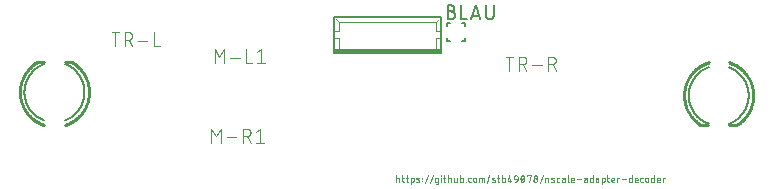
<source format=gbr>
G04 EAGLE Gerber RS-274X export*
G75*
%MOMM*%
%FSLAX34Y34*%
%LPD*%
%INSilkscreen Top*%
%IPPOS*%
%AMOC8*
5,1,8,0,0,1.08239X$1,22.5*%
G01*
%ADD10C,0.050800*%
%ADD11C,0.203200*%
%ADD12R,9.000000X0.375000*%
%ADD13C,0.152400*%
%ADD14C,0.127000*%
%ADD15C,0.254000*%
%ADD16C,0.101600*%


D10*
X325254Y15254D02*
X325254Y20842D01*
X325254Y18979D02*
X326806Y18979D01*
X326864Y18977D01*
X326923Y18972D01*
X326980Y18963D01*
X327038Y18950D01*
X327094Y18933D01*
X327149Y18914D01*
X327202Y18890D01*
X327255Y18864D01*
X327305Y18834D01*
X327353Y18801D01*
X327399Y18765D01*
X327443Y18727D01*
X327485Y18685D01*
X327523Y18641D01*
X327559Y18595D01*
X327592Y18547D01*
X327622Y18497D01*
X327648Y18444D01*
X327672Y18391D01*
X327691Y18336D01*
X327708Y18280D01*
X327721Y18222D01*
X327730Y18165D01*
X327735Y18106D01*
X327737Y18048D01*
X327738Y18048D02*
X327738Y15254D01*
X329725Y18979D02*
X331588Y18979D01*
X330346Y20842D02*
X330346Y16185D01*
X330347Y16185D02*
X330349Y16127D01*
X330354Y16068D01*
X330363Y16011D01*
X330376Y15953D01*
X330393Y15897D01*
X330412Y15842D01*
X330436Y15789D01*
X330462Y15736D01*
X330492Y15686D01*
X330525Y15638D01*
X330561Y15592D01*
X330599Y15548D01*
X330641Y15506D01*
X330685Y15468D01*
X330731Y15432D01*
X330779Y15399D01*
X330830Y15369D01*
X330882Y15343D01*
X330935Y15319D01*
X330990Y15300D01*
X331046Y15283D01*
X331104Y15270D01*
X331161Y15261D01*
X331220Y15256D01*
X331278Y15254D01*
X331588Y15254D01*
X333200Y18979D02*
X335063Y18979D01*
X333821Y20842D02*
X333821Y16185D01*
X333823Y16127D01*
X333828Y16068D01*
X333837Y16011D01*
X333850Y15953D01*
X333867Y15897D01*
X333886Y15842D01*
X333910Y15789D01*
X333936Y15736D01*
X333966Y15686D01*
X333999Y15638D01*
X334035Y15592D01*
X334073Y15548D01*
X334115Y15506D01*
X334159Y15468D01*
X334205Y15432D01*
X334253Y15399D01*
X334304Y15369D01*
X334356Y15343D01*
X334409Y15319D01*
X334464Y15300D01*
X334520Y15283D01*
X334578Y15270D01*
X334635Y15261D01*
X334694Y15256D01*
X334752Y15254D01*
X335063Y15254D01*
X337353Y13391D02*
X337353Y18979D01*
X338905Y18979D01*
X338963Y18977D01*
X339022Y18972D01*
X339079Y18963D01*
X339137Y18950D01*
X339193Y18933D01*
X339248Y18914D01*
X339301Y18890D01*
X339354Y18864D01*
X339404Y18834D01*
X339452Y18801D01*
X339498Y18765D01*
X339542Y18727D01*
X339584Y18685D01*
X339622Y18641D01*
X339658Y18595D01*
X339691Y18547D01*
X339721Y18497D01*
X339747Y18444D01*
X339771Y18391D01*
X339790Y18336D01*
X339807Y18280D01*
X339820Y18222D01*
X339829Y18165D01*
X339834Y18106D01*
X339836Y18048D01*
X339836Y16185D01*
X339834Y16127D01*
X339829Y16068D01*
X339820Y16011D01*
X339807Y15953D01*
X339790Y15897D01*
X339771Y15842D01*
X339747Y15789D01*
X339721Y15736D01*
X339691Y15686D01*
X339658Y15638D01*
X339622Y15592D01*
X339584Y15548D01*
X339542Y15506D01*
X339498Y15468D01*
X339452Y15432D01*
X339404Y15399D01*
X339354Y15369D01*
X339301Y15343D01*
X339248Y15319D01*
X339193Y15300D01*
X339137Y15283D01*
X339079Y15270D01*
X339022Y15261D01*
X338963Y15256D01*
X338905Y15254D01*
X337353Y15254D01*
X342544Y17427D02*
X344097Y16806D01*
X342544Y17427D02*
X342493Y17449D01*
X342444Y17475D01*
X342396Y17504D01*
X342351Y17537D01*
X342308Y17573D01*
X342267Y17611D01*
X342230Y17653D01*
X342195Y17696D01*
X342163Y17742D01*
X342135Y17791D01*
X342110Y17841D01*
X342089Y17892D01*
X342071Y17945D01*
X342057Y17999D01*
X342047Y18054D01*
X342041Y18110D01*
X342038Y18165D01*
X342039Y18221D01*
X342045Y18277D01*
X342054Y18332D01*
X342066Y18386D01*
X342083Y18440D01*
X342103Y18492D01*
X342127Y18542D01*
X342154Y18591D01*
X342185Y18638D01*
X342219Y18682D01*
X342255Y18724D01*
X342295Y18764D01*
X342337Y18800D01*
X342382Y18834D01*
X342429Y18864D01*
X342477Y18891D01*
X342528Y18915D01*
X342580Y18935D01*
X342634Y18951D01*
X342688Y18964D01*
X342743Y18973D01*
X342799Y18978D01*
X342855Y18979D01*
X342855Y18980D02*
X342966Y18976D01*
X343077Y18970D01*
X343187Y18959D01*
X343297Y18945D01*
X343407Y18928D01*
X343516Y18908D01*
X343624Y18884D01*
X343731Y18856D01*
X343838Y18825D01*
X343943Y18791D01*
X344048Y18754D01*
X344151Y18713D01*
X344253Y18669D01*
X344097Y16806D02*
X344148Y16784D01*
X344197Y16758D01*
X344245Y16729D01*
X344290Y16696D01*
X344333Y16660D01*
X344374Y16622D01*
X344411Y16580D01*
X344446Y16537D01*
X344478Y16491D01*
X344506Y16442D01*
X344531Y16392D01*
X344552Y16341D01*
X344570Y16288D01*
X344584Y16234D01*
X344594Y16179D01*
X344600Y16123D01*
X344603Y16068D01*
X344602Y16012D01*
X344596Y15956D01*
X344587Y15901D01*
X344575Y15847D01*
X344558Y15793D01*
X344538Y15741D01*
X344514Y15691D01*
X344487Y15642D01*
X344456Y15595D01*
X344422Y15551D01*
X344386Y15509D01*
X344346Y15469D01*
X344304Y15433D01*
X344259Y15399D01*
X344212Y15369D01*
X344164Y15342D01*
X344113Y15318D01*
X344061Y15298D01*
X344007Y15282D01*
X343953Y15269D01*
X343898Y15260D01*
X343842Y15255D01*
X343786Y15254D01*
X343652Y15257D01*
X343518Y15264D01*
X343384Y15275D01*
X343251Y15288D01*
X343118Y15306D01*
X342985Y15326D01*
X342853Y15350D01*
X342722Y15378D01*
X342591Y15408D01*
X342462Y15442D01*
X342333Y15480D01*
X342205Y15520D01*
X342078Y15564D01*
X346823Y15720D02*
X346823Y16030D01*
X347133Y16030D01*
X347133Y15720D01*
X346823Y15720D01*
X346823Y18203D02*
X346823Y18514D01*
X347133Y18514D01*
X347133Y18203D01*
X346823Y18203D01*
X349211Y14633D02*
X351695Y21463D01*
X356084Y21463D02*
X353600Y14633D01*
X359075Y15254D02*
X360627Y15254D01*
X359075Y15254D02*
X359017Y15256D01*
X358958Y15261D01*
X358901Y15270D01*
X358843Y15283D01*
X358787Y15300D01*
X358732Y15319D01*
X358679Y15343D01*
X358626Y15369D01*
X358576Y15399D01*
X358528Y15432D01*
X358482Y15468D01*
X358438Y15506D01*
X358396Y15548D01*
X358358Y15592D01*
X358322Y15638D01*
X358289Y15686D01*
X358259Y15736D01*
X358233Y15789D01*
X358209Y15842D01*
X358190Y15897D01*
X358173Y15953D01*
X358160Y16011D01*
X358151Y16068D01*
X358146Y16127D01*
X358144Y16185D01*
X358143Y16185D02*
X358143Y18048D01*
X358144Y18048D02*
X358146Y18106D01*
X358151Y18165D01*
X358160Y18222D01*
X358173Y18280D01*
X358190Y18336D01*
X358209Y18391D01*
X358233Y18444D01*
X358259Y18497D01*
X358289Y18547D01*
X358322Y18595D01*
X358358Y18641D01*
X358396Y18685D01*
X358438Y18727D01*
X358482Y18765D01*
X358528Y18801D01*
X358576Y18834D01*
X358626Y18864D01*
X358679Y18890D01*
X358732Y18914D01*
X358787Y18933D01*
X358843Y18950D01*
X358901Y18963D01*
X358958Y18972D01*
X359017Y18977D01*
X359075Y18979D01*
X360627Y18979D01*
X360627Y14323D01*
X360626Y14323D02*
X360624Y14262D01*
X360618Y14201D01*
X360608Y14141D01*
X360594Y14082D01*
X360577Y14024D01*
X360555Y13967D01*
X360530Y13911D01*
X360501Y13858D01*
X360469Y13806D01*
X360434Y13756D01*
X360395Y13709D01*
X360353Y13665D01*
X360309Y13623D01*
X360262Y13584D01*
X360212Y13549D01*
X360161Y13517D01*
X360107Y13488D01*
X360051Y13463D01*
X359994Y13441D01*
X359936Y13424D01*
X359877Y13410D01*
X359817Y13400D01*
X359756Y13394D01*
X359695Y13392D01*
X359696Y13391D02*
X358454Y13391D01*
X363072Y15254D02*
X363072Y18979D01*
X362916Y20532D02*
X362916Y20842D01*
X363227Y20842D01*
X363227Y20532D01*
X362916Y20532D01*
X364838Y18979D02*
X366701Y18979D01*
X365459Y20842D02*
X365459Y16185D01*
X365461Y16127D01*
X365466Y16068D01*
X365475Y16011D01*
X365488Y15953D01*
X365505Y15897D01*
X365524Y15842D01*
X365548Y15789D01*
X365574Y15736D01*
X365604Y15686D01*
X365637Y15638D01*
X365673Y15592D01*
X365711Y15548D01*
X365753Y15506D01*
X365797Y15468D01*
X365843Y15432D01*
X365891Y15399D01*
X365942Y15369D01*
X365994Y15343D01*
X366047Y15319D01*
X366102Y15300D01*
X366158Y15283D01*
X366216Y15270D01*
X366273Y15261D01*
X366332Y15256D01*
X366390Y15254D01*
X366701Y15254D01*
X368962Y15254D02*
X368962Y20842D01*
X368962Y18979D02*
X370514Y18979D01*
X370572Y18977D01*
X370631Y18972D01*
X370688Y18963D01*
X370746Y18950D01*
X370802Y18933D01*
X370857Y18914D01*
X370910Y18890D01*
X370963Y18864D01*
X371013Y18834D01*
X371061Y18801D01*
X371107Y18765D01*
X371151Y18727D01*
X371193Y18685D01*
X371231Y18641D01*
X371267Y18595D01*
X371300Y18547D01*
X371330Y18497D01*
X371356Y18444D01*
X371380Y18391D01*
X371399Y18336D01*
X371416Y18280D01*
X371429Y18222D01*
X371438Y18165D01*
X371443Y18106D01*
X371445Y18048D01*
X371446Y18048D02*
X371446Y15254D01*
X374083Y16185D02*
X374083Y18979D01*
X374083Y16185D02*
X374085Y16127D01*
X374090Y16068D01*
X374099Y16011D01*
X374112Y15953D01*
X374129Y15897D01*
X374148Y15842D01*
X374172Y15789D01*
X374198Y15736D01*
X374228Y15686D01*
X374261Y15638D01*
X374297Y15592D01*
X374335Y15548D01*
X374377Y15506D01*
X374421Y15468D01*
X374467Y15432D01*
X374515Y15399D01*
X374565Y15369D01*
X374618Y15343D01*
X374671Y15319D01*
X374726Y15300D01*
X374782Y15283D01*
X374840Y15270D01*
X374897Y15261D01*
X374956Y15256D01*
X375014Y15254D01*
X376566Y15254D01*
X376566Y18979D01*
X379232Y20842D02*
X379232Y15254D01*
X380784Y15254D01*
X380842Y15256D01*
X380901Y15261D01*
X380958Y15270D01*
X381016Y15283D01*
X381072Y15300D01*
X381127Y15319D01*
X381180Y15343D01*
X381233Y15369D01*
X381283Y15399D01*
X381331Y15432D01*
X381377Y15468D01*
X381421Y15506D01*
X381463Y15548D01*
X381501Y15592D01*
X381537Y15638D01*
X381570Y15686D01*
X381600Y15736D01*
X381626Y15789D01*
X381650Y15842D01*
X381669Y15897D01*
X381686Y15953D01*
X381699Y16011D01*
X381708Y16068D01*
X381713Y16127D01*
X381715Y16185D01*
X381716Y16185D02*
X381716Y18048D01*
X381715Y18048D02*
X381713Y18106D01*
X381708Y18165D01*
X381699Y18222D01*
X381686Y18280D01*
X381669Y18336D01*
X381650Y18391D01*
X381626Y18444D01*
X381600Y18497D01*
X381570Y18547D01*
X381537Y18595D01*
X381501Y18641D01*
X381463Y18685D01*
X381421Y18727D01*
X381377Y18765D01*
X381331Y18801D01*
X381283Y18834D01*
X381233Y18864D01*
X381180Y18890D01*
X381127Y18914D01*
X381072Y18933D01*
X381016Y18950D01*
X380958Y18963D01*
X380901Y18972D01*
X380842Y18977D01*
X380784Y18979D01*
X379232Y18979D01*
X383764Y15564D02*
X383764Y15254D01*
X383764Y15564D02*
X384075Y15564D01*
X384075Y15254D01*
X383764Y15254D01*
X387090Y15254D02*
X388332Y15254D01*
X387090Y15254D02*
X387032Y15256D01*
X386973Y15261D01*
X386916Y15270D01*
X386858Y15283D01*
X386802Y15300D01*
X386747Y15319D01*
X386694Y15343D01*
X386641Y15369D01*
X386591Y15399D01*
X386543Y15432D01*
X386497Y15468D01*
X386453Y15506D01*
X386411Y15548D01*
X386373Y15592D01*
X386337Y15638D01*
X386304Y15686D01*
X386274Y15736D01*
X386248Y15789D01*
X386224Y15842D01*
X386205Y15897D01*
X386188Y15953D01*
X386175Y16011D01*
X386166Y16068D01*
X386161Y16127D01*
X386159Y16185D01*
X386159Y18048D01*
X386161Y18106D01*
X386166Y18165D01*
X386175Y18222D01*
X386188Y18280D01*
X386205Y18336D01*
X386224Y18391D01*
X386248Y18444D01*
X386274Y18497D01*
X386304Y18547D01*
X386337Y18595D01*
X386373Y18641D01*
X386411Y18685D01*
X386453Y18727D01*
X386497Y18765D01*
X386543Y18801D01*
X386591Y18834D01*
X386641Y18864D01*
X386694Y18890D01*
X386747Y18914D01*
X386802Y18933D01*
X386858Y18950D01*
X386916Y18963D01*
X386973Y18972D01*
X387032Y18977D01*
X387090Y18979D01*
X388332Y18979D01*
X390359Y17738D02*
X390359Y16496D01*
X390358Y17738D02*
X390360Y17808D01*
X390366Y17877D01*
X390376Y17946D01*
X390389Y18014D01*
X390407Y18082D01*
X390428Y18148D01*
X390453Y18213D01*
X390481Y18277D01*
X390513Y18339D01*
X390548Y18399D01*
X390587Y18457D01*
X390629Y18512D01*
X390674Y18566D01*
X390722Y18616D01*
X390772Y18664D01*
X390826Y18709D01*
X390881Y18751D01*
X390939Y18790D01*
X390999Y18825D01*
X391061Y18857D01*
X391125Y18885D01*
X391190Y18910D01*
X391256Y18931D01*
X391324Y18949D01*
X391392Y18962D01*
X391461Y18972D01*
X391530Y18978D01*
X391600Y18980D01*
X391670Y18978D01*
X391739Y18972D01*
X391808Y18962D01*
X391876Y18949D01*
X391944Y18931D01*
X392010Y18910D01*
X392075Y18885D01*
X392139Y18857D01*
X392201Y18825D01*
X392261Y18790D01*
X392319Y18751D01*
X392374Y18709D01*
X392428Y18664D01*
X392478Y18616D01*
X392526Y18566D01*
X392571Y18512D01*
X392613Y18457D01*
X392652Y18399D01*
X392687Y18339D01*
X392719Y18277D01*
X392747Y18213D01*
X392772Y18148D01*
X392793Y18082D01*
X392811Y18014D01*
X392824Y17946D01*
X392834Y17877D01*
X392840Y17808D01*
X392842Y17738D01*
X392842Y16496D01*
X392840Y16426D01*
X392834Y16357D01*
X392824Y16288D01*
X392811Y16220D01*
X392793Y16152D01*
X392772Y16086D01*
X392747Y16021D01*
X392719Y15957D01*
X392687Y15895D01*
X392652Y15835D01*
X392613Y15777D01*
X392571Y15722D01*
X392526Y15668D01*
X392478Y15618D01*
X392428Y15570D01*
X392374Y15525D01*
X392319Y15483D01*
X392261Y15444D01*
X392201Y15409D01*
X392139Y15377D01*
X392075Y15349D01*
X392010Y15324D01*
X391944Y15303D01*
X391876Y15285D01*
X391808Y15272D01*
X391739Y15262D01*
X391670Y15256D01*
X391600Y15254D01*
X391530Y15256D01*
X391461Y15262D01*
X391392Y15272D01*
X391324Y15285D01*
X391256Y15303D01*
X391190Y15324D01*
X391125Y15349D01*
X391061Y15377D01*
X390999Y15409D01*
X390939Y15444D01*
X390881Y15483D01*
X390826Y15525D01*
X390772Y15570D01*
X390722Y15618D01*
X390674Y15668D01*
X390629Y15722D01*
X390587Y15777D01*
X390548Y15835D01*
X390513Y15895D01*
X390481Y15957D01*
X390453Y16021D01*
X390428Y16086D01*
X390407Y16152D01*
X390389Y16220D01*
X390376Y16288D01*
X390366Y16357D01*
X390360Y16426D01*
X390358Y16496D01*
X395407Y15254D02*
X395407Y18979D01*
X398201Y18979D01*
X398259Y18977D01*
X398318Y18972D01*
X398375Y18963D01*
X398433Y18950D01*
X398489Y18933D01*
X398544Y18914D01*
X398597Y18890D01*
X398650Y18864D01*
X398700Y18834D01*
X398748Y18801D01*
X398794Y18765D01*
X398838Y18727D01*
X398880Y18685D01*
X398918Y18641D01*
X398954Y18595D01*
X398987Y18547D01*
X399017Y18497D01*
X399043Y18444D01*
X399067Y18391D01*
X399086Y18336D01*
X399103Y18280D01*
X399116Y18222D01*
X399125Y18165D01*
X399130Y18106D01*
X399132Y18048D01*
X399132Y15254D01*
X397270Y15254D02*
X397270Y18979D01*
X401514Y14633D02*
X403998Y21463D01*
X406552Y17427D02*
X408104Y16806D01*
X406552Y17427D02*
X406501Y17449D01*
X406452Y17475D01*
X406404Y17504D01*
X406359Y17537D01*
X406316Y17573D01*
X406275Y17611D01*
X406238Y17653D01*
X406203Y17696D01*
X406171Y17742D01*
X406143Y17791D01*
X406118Y17841D01*
X406097Y17892D01*
X406079Y17945D01*
X406065Y17999D01*
X406055Y18054D01*
X406049Y18110D01*
X406046Y18165D01*
X406047Y18221D01*
X406053Y18277D01*
X406062Y18332D01*
X406074Y18386D01*
X406091Y18440D01*
X406111Y18492D01*
X406135Y18542D01*
X406162Y18591D01*
X406193Y18638D01*
X406227Y18682D01*
X406263Y18724D01*
X406303Y18764D01*
X406345Y18800D01*
X406390Y18834D01*
X406437Y18864D01*
X406485Y18891D01*
X406536Y18915D01*
X406588Y18935D01*
X406642Y18951D01*
X406696Y18964D01*
X406751Y18973D01*
X406807Y18978D01*
X406863Y18979D01*
X406862Y18980D02*
X406973Y18976D01*
X407084Y18970D01*
X407194Y18959D01*
X407304Y18945D01*
X407414Y18928D01*
X407523Y18908D01*
X407631Y18884D01*
X407738Y18856D01*
X407845Y18825D01*
X407950Y18791D01*
X408055Y18754D01*
X408158Y18713D01*
X408260Y18669D01*
X408104Y16806D02*
X408155Y16784D01*
X408204Y16758D01*
X408252Y16729D01*
X408297Y16696D01*
X408340Y16660D01*
X408381Y16622D01*
X408418Y16580D01*
X408453Y16537D01*
X408485Y16491D01*
X408513Y16442D01*
X408538Y16392D01*
X408559Y16341D01*
X408577Y16288D01*
X408591Y16234D01*
X408601Y16179D01*
X408607Y16123D01*
X408610Y16068D01*
X408609Y16012D01*
X408603Y15956D01*
X408594Y15901D01*
X408582Y15847D01*
X408565Y15793D01*
X408545Y15741D01*
X408521Y15691D01*
X408494Y15642D01*
X408463Y15595D01*
X408429Y15551D01*
X408393Y15509D01*
X408353Y15469D01*
X408311Y15433D01*
X408266Y15399D01*
X408219Y15369D01*
X408171Y15342D01*
X408120Y15318D01*
X408068Y15298D01*
X408014Y15282D01*
X407960Y15269D01*
X407905Y15260D01*
X407849Y15255D01*
X407793Y15254D01*
X407794Y15254D02*
X407660Y15257D01*
X407526Y15264D01*
X407392Y15275D01*
X407259Y15288D01*
X407126Y15306D01*
X406993Y15326D01*
X406861Y15350D01*
X406730Y15378D01*
X406599Y15408D01*
X406470Y15442D01*
X406341Y15480D01*
X406213Y15520D01*
X406086Y15564D01*
X410375Y18979D02*
X412238Y18979D01*
X410996Y20842D02*
X410996Y16185D01*
X410998Y16127D01*
X411003Y16068D01*
X411012Y16011D01*
X411025Y15953D01*
X411042Y15897D01*
X411061Y15842D01*
X411085Y15789D01*
X411111Y15736D01*
X411141Y15686D01*
X411174Y15638D01*
X411210Y15592D01*
X411248Y15548D01*
X411290Y15506D01*
X411334Y15468D01*
X411380Y15432D01*
X411428Y15399D01*
X411479Y15369D01*
X411531Y15343D01*
X411584Y15319D01*
X411639Y15300D01*
X411695Y15283D01*
X411753Y15270D01*
X411810Y15261D01*
X411869Y15256D01*
X411927Y15254D01*
X412238Y15254D01*
X414528Y15254D02*
X414528Y20842D01*
X414528Y15254D02*
X416080Y15254D01*
X416138Y15256D01*
X416197Y15261D01*
X416254Y15270D01*
X416312Y15283D01*
X416368Y15300D01*
X416423Y15319D01*
X416476Y15343D01*
X416529Y15369D01*
X416579Y15399D01*
X416627Y15432D01*
X416673Y15468D01*
X416717Y15506D01*
X416759Y15548D01*
X416797Y15592D01*
X416833Y15638D01*
X416866Y15686D01*
X416896Y15736D01*
X416922Y15789D01*
X416946Y15842D01*
X416965Y15897D01*
X416982Y15953D01*
X416995Y16011D01*
X417004Y16068D01*
X417009Y16127D01*
X417011Y16185D01*
X417011Y18048D01*
X417009Y18106D01*
X417004Y18165D01*
X416995Y18222D01*
X416982Y18280D01*
X416965Y18336D01*
X416946Y18391D01*
X416922Y18444D01*
X416896Y18497D01*
X416866Y18547D01*
X416833Y18595D01*
X416797Y18641D01*
X416759Y18685D01*
X416717Y18727D01*
X416673Y18765D01*
X416627Y18801D01*
X416579Y18834D01*
X416529Y18864D01*
X416476Y18890D01*
X416423Y18914D01*
X416368Y18933D01*
X416312Y18950D01*
X416254Y18963D01*
X416197Y18972D01*
X416138Y18977D01*
X416080Y18979D01*
X414528Y18979D01*
X419309Y16496D02*
X420551Y20842D01*
X419309Y16496D02*
X422413Y16496D01*
X421482Y17738D02*
X421482Y15254D01*
X426037Y17738D02*
X427900Y17738D01*
X426037Y17737D02*
X425967Y17739D01*
X425898Y17745D01*
X425829Y17755D01*
X425761Y17768D01*
X425693Y17786D01*
X425627Y17807D01*
X425562Y17832D01*
X425498Y17860D01*
X425436Y17892D01*
X425376Y17927D01*
X425318Y17966D01*
X425263Y18008D01*
X425209Y18053D01*
X425159Y18101D01*
X425111Y18151D01*
X425066Y18205D01*
X425024Y18260D01*
X424985Y18318D01*
X424950Y18378D01*
X424918Y18440D01*
X424890Y18504D01*
X424865Y18569D01*
X424844Y18635D01*
X424826Y18703D01*
X424813Y18771D01*
X424803Y18840D01*
X424797Y18909D01*
X424795Y18979D01*
X424795Y19290D01*
X424796Y19290D02*
X424798Y19367D01*
X424804Y19445D01*
X424813Y19521D01*
X424827Y19598D01*
X424844Y19673D01*
X424865Y19747D01*
X424890Y19821D01*
X424918Y19893D01*
X424950Y19963D01*
X424985Y20032D01*
X425024Y20099D01*
X425066Y20164D01*
X425111Y20227D01*
X425159Y20288D01*
X425210Y20346D01*
X425264Y20401D01*
X425321Y20454D01*
X425380Y20503D01*
X425442Y20550D01*
X425506Y20594D01*
X425572Y20634D01*
X425640Y20671D01*
X425710Y20705D01*
X425781Y20735D01*
X425854Y20761D01*
X425928Y20784D01*
X426003Y20803D01*
X426078Y20818D01*
X426155Y20830D01*
X426232Y20838D01*
X426309Y20842D01*
X426387Y20842D01*
X426464Y20838D01*
X426541Y20830D01*
X426618Y20818D01*
X426693Y20803D01*
X426768Y20784D01*
X426842Y20761D01*
X426915Y20735D01*
X426986Y20705D01*
X427056Y20671D01*
X427124Y20634D01*
X427190Y20594D01*
X427254Y20550D01*
X427316Y20503D01*
X427375Y20454D01*
X427432Y20401D01*
X427486Y20346D01*
X427537Y20288D01*
X427585Y20227D01*
X427630Y20164D01*
X427672Y20099D01*
X427711Y20032D01*
X427746Y19963D01*
X427778Y19893D01*
X427806Y19821D01*
X427831Y19747D01*
X427852Y19673D01*
X427869Y19598D01*
X427883Y19521D01*
X427892Y19445D01*
X427898Y19367D01*
X427900Y19290D01*
X427900Y17738D01*
X427898Y17640D01*
X427892Y17543D01*
X427883Y17446D01*
X427869Y17349D01*
X427852Y17253D01*
X427831Y17158D01*
X427807Y17064D01*
X427778Y16970D01*
X427746Y16878D01*
X427711Y16787D01*
X427672Y16698D01*
X427629Y16610D01*
X427583Y16524D01*
X427534Y16440D01*
X427481Y16358D01*
X427426Y16278D01*
X427367Y16200D01*
X427305Y16125D01*
X427240Y16052D01*
X427172Y15982D01*
X427102Y15914D01*
X427029Y15849D01*
X426954Y15787D01*
X426876Y15728D01*
X426796Y15673D01*
X426714Y15620D01*
X426630Y15571D01*
X426544Y15525D01*
X426456Y15482D01*
X426367Y15443D01*
X426276Y15408D01*
X426184Y15376D01*
X426090Y15347D01*
X425996Y15323D01*
X425901Y15302D01*
X425805Y15285D01*
X425708Y15271D01*
X425611Y15262D01*
X425513Y15256D01*
X425416Y15254D01*
X430282Y18048D02*
X430284Y18179D01*
X430289Y18309D01*
X430299Y18439D01*
X430312Y18569D01*
X430328Y18699D01*
X430348Y18828D01*
X430372Y18956D01*
X430400Y19083D01*
X430431Y19210D01*
X430466Y19336D01*
X430504Y19461D01*
X430546Y19585D01*
X430591Y19707D01*
X430640Y19828D01*
X430692Y19948D01*
X430748Y20066D01*
X430747Y20066D02*
X430770Y20126D01*
X430796Y20186D01*
X430825Y20243D01*
X430858Y20299D01*
X430894Y20353D01*
X430932Y20405D01*
X430974Y20455D01*
X431018Y20502D01*
X431065Y20547D01*
X431115Y20589D01*
X431166Y20628D01*
X431220Y20664D01*
X431276Y20697D01*
X431333Y20727D01*
X431392Y20754D01*
X431453Y20777D01*
X431514Y20797D01*
X431577Y20813D01*
X431641Y20826D01*
X431705Y20835D01*
X431769Y20840D01*
X431834Y20842D01*
X431899Y20840D01*
X431963Y20835D01*
X432027Y20826D01*
X432091Y20813D01*
X432154Y20797D01*
X432215Y20777D01*
X432276Y20754D01*
X432335Y20727D01*
X432392Y20697D01*
X432448Y20664D01*
X432502Y20628D01*
X432553Y20589D01*
X432603Y20547D01*
X432650Y20502D01*
X432694Y20455D01*
X432736Y20405D01*
X432774Y20353D01*
X432810Y20299D01*
X432843Y20243D01*
X432872Y20186D01*
X432898Y20126D01*
X432921Y20066D01*
X432920Y20066D02*
X432976Y19948D01*
X433028Y19828D01*
X433077Y19707D01*
X433122Y19585D01*
X433164Y19461D01*
X433202Y19336D01*
X433237Y19210D01*
X433268Y19084D01*
X433296Y18956D01*
X433320Y18828D01*
X433340Y18699D01*
X433356Y18569D01*
X433369Y18439D01*
X433379Y18309D01*
X433384Y18179D01*
X433386Y18048D01*
X430282Y18048D02*
X430284Y17917D01*
X430289Y17787D01*
X430299Y17657D01*
X430312Y17527D01*
X430328Y17397D01*
X430348Y17268D01*
X430372Y17140D01*
X430400Y17013D01*
X430431Y16886D01*
X430466Y16760D01*
X430504Y16635D01*
X430546Y16511D01*
X430591Y16389D01*
X430640Y16268D01*
X430692Y16148D01*
X430748Y16030D01*
X430747Y16030D02*
X430770Y15970D01*
X430796Y15910D01*
X430825Y15853D01*
X430858Y15797D01*
X430894Y15743D01*
X430932Y15691D01*
X430974Y15641D01*
X431018Y15594D01*
X431065Y15549D01*
X431115Y15507D01*
X431166Y15468D01*
X431220Y15432D01*
X431276Y15399D01*
X431333Y15369D01*
X431392Y15342D01*
X431453Y15319D01*
X431514Y15299D01*
X431577Y15283D01*
X431641Y15270D01*
X431705Y15261D01*
X431769Y15256D01*
X431834Y15254D01*
X432920Y16030D02*
X432976Y16148D01*
X433028Y16268D01*
X433077Y16389D01*
X433122Y16511D01*
X433164Y16635D01*
X433202Y16760D01*
X433237Y16886D01*
X433268Y17012D01*
X433296Y17140D01*
X433320Y17268D01*
X433340Y17397D01*
X433356Y17527D01*
X433369Y17657D01*
X433379Y17787D01*
X433384Y17917D01*
X433386Y18048D01*
X432921Y16030D02*
X432898Y15970D01*
X432872Y15910D01*
X432843Y15853D01*
X432810Y15797D01*
X432774Y15743D01*
X432736Y15691D01*
X432694Y15641D01*
X432650Y15594D01*
X432603Y15549D01*
X432553Y15507D01*
X432502Y15468D01*
X432448Y15432D01*
X432392Y15399D01*
X432335Y15369D01*
X432276Y15342D01*
X432215Y15319D01*
X432154Y15299D01*
X432091Y15283D01*
X432027Y15270D01*
X431963Y15261D01*
X431899Y15256D01*
X431834Y15254D01*
X430592Y16496D02*
X433076Y19600D01*
X435768Y20221D02*
X435768Y20842D01*
X438872Y20842D01*
X437320Y15254D01*
X441255Y16806D02*
X441257Y16883D01*
X441263Y16961D01*
X441272Y17037D01*
X441286Y17114D01*
X441303Y17189D01*
X441324Y17263D01*
X441349Y17337D01*
X441377Y17409D01*
X441409Y17479D01*
X441444Y17548D01*
X441483Y17615D01*
X441525Y17680D01*
X441570Y17743D01*
X441618Y17804D01*
X441669Y17862D01*
X441723Y17917D01*
X441780Y17970D01*
X441839Y18019D01*
X441901Y18066D01*
X441965Y18110D01*
X442031Y18150D01*
X442099Y18187D01*
X442169Y18221D01*
X442240Y18251D01*
X442313Y18277D01*
X442387Y18300D01*
X442462Y18319D01*
X442537Y18334D01*
X442614Y18346D01*
X442691Y18354D01*
X442768Y18358D01*
X442846Y18358D01*
X442923Y18354D01*
X443000Y18346D01*
X443077Y18334D01*
X443152Y18319D01*
X443227Y18300D01*
X443301Y18277D01*
X443374Y18251D01*
X443445Y18221D01*
X443515Y18187D01*
X443583Y18150D01*
X443649Y18110D01*
X443713Y18066D01*
X443775Y18019D01*
X443834Y17970D01*
X443891Y17917D01*
X443945Y17862D01*
X443996Y17804D01*
X444044Y17743D01*
X444089Y17680D01*
X444131Y17615D01*
X444170Y17548D01*
X444205Y17479D01*
X444237Y17409D01*
X444265Y17337D01*
X444290Y17263D01*
X444311Y17189D01*
X444328Y17114D01*
X444342Y17037D01*
X444351Y16961D01*
X444357Y16883D01*
X444359Y16806D01*
X444357Y16729D01*
X444351Y16651D01*
X444342Y16575D01*
X444328Y16498D01*
X444311Y16423D01*
X444290Y16349D01*
X444265Y16275D01*
X444237Y16203D01*
X444205Y16133D01*
X444170Y16064D01*
X444131Y15997D01*
X444089Y15932D01*
X444044Y15869D01*
X443996Y15808D01*
X443945Y15750D01*
X443891Y15695D01*
X443834Y15642D01*
X443775Y15593D01*
X443713Y15546D01*
X443649Y15502D01*
X443583Y15462D01*
X443515Y15425D01*
X443445Y15391D01*
X443374Y15361D01*
X443301Y15335D01*
X443227Y15312D01*
X443152Y15293D01*
X443077Y15278D01*
X443000Y15266D01*
X442923Y15258D01*
X442846Y15254D01*
X442768Y15254D01*
X442691Y15258D01*
X442614Y15266D01*
X442537Y15278D01*
X442462Y15293D01*
X442387Y15312D01*
X442313Y15335D01*
X442240Y15361D01*
X442169Y15391D01*
X442099Y15425D01*
X442031Y15462D01*
X441965Y15502D01*
X441901Y15546D01*
X441839Y15593D01*
X441780Y15642D01*
X441723Y15695D01*
X441669Y15750D01*
X441618Y15808D01*
X441570Y15869D01*
X441525Y15932D01*
X441483Y15997D01*
X441444Y16064D01*
X441409Y16133D01*
X441377Y16203D01*
X441349Y16275D01*
X441324Y16349D01*
X441303Y16423D01*
X441286Y16498D01*
X441272Y16575D01*
X441263Y16651D01*
X441257Y16729D01*
X441255Y16806D01*
X441565Y19600D02*
X441567Y19670D01*
X441573Y19739D01*
X441583Y19808D01*
X441596Y19876D01*
X441614Y19944D01*
X441635Y20010D01*
X441660Y20075D01*
X441688Y20139D01*
X441720Y20201D01*
X441755Y20261D01*
X441794Y20319D01*
X441836Y20374D01*
X441881Y20428D01*
X441929Y20478D01*
X441979Y20526D01*
X442033Y20571D01*
X442088Y20613D01*
X442146Y20652D01*
X442206Y20687D01*
X442268Y20719D01*
X442332Y20747D01*
X442397Y20772D01*
X442463Y20793D01*
X442531Y20811D01*
X442599Y20824D01*
X442668Y20834D01*
X442737Y20840D01*
X442807Y20842D01*
X442877Y20840D01*
X442946Y20834D01*
X443015Y20824D01*
X443083Y20811D01*
X443151Y20793D01*
X443217Y20772D01*
X443282Y20747D01*
X443346Y20719D01*
X443408Y20687D01*
X443468Y20652D01*
X443526Y20613D01*
X443581Y20571D01*
X443635Y20526D01*
X443685Y20478D01*
X443733Y20428D01*
X443778Y20374D01*
X443820Y20319D01*
X443859Y20261D01*
X443894Y20201D01*
X443926Y20139D01*
X443954Y20075D01*
X443979Y20010D01*
X444000Y19944D01*
X444018Y19876D01*
X444031Y19808D01*
X444041Y19739D01*
X444047Y19670D01*
X444049Y19600D01*
X444047Y19530D01*
X444041Y19461D01*
X444031Y19392D01*
X444018Y19324D01*
X444000Y19256D01*
X443979Y19190D01*
X443954Y19125D01*
X443926Y19061D01*
X443894Y18999D01*
X443859Y18939D01*
X443820Y18881D01*
X443778Y18826D01*
X443733Y18772D01*
X443685Y18722D01*
X443635Y18674D01*
X443581Y18629D01*
X443526Y18587D01*
X443468Y18548D01*
X443408Y18513D01*
X443346Y18481D01*
X443282Y18453D01*
X443217Y18428D01*
X443151Y18407D01*
X443083Y18389D01*
X443015Y18376D01*
X442946Y18366D01*
X442877Y18360D01*
X442807Y18358D01*
X442737Y18360D01*
X442668Y18366D01*
X442599Y18376D01*
X442531Y18389D01*
X442463Y18407D01*
X442397Y18428D01*
X442332Y18453D01*
X442268Y18481D01*
X442206Y18513D01*
X442146Y18548D01*
X442088Y18587D01*
X442033Y18629D01*
X441979Y18674D01*
X441929Y18722D01*
X441881Y18772D01*
X441836Y18826D01*
X441794Y18881D01*
X441755Y18939D01*
X441720Y18999D01*
X441688Y19061D01*
X441660Y19125D01*
X441635Y19190D01*
X441614Y19256D01*
X441596Y19324D01*
X441583Y19392D01*
X441573Y19461D01*
X441567Y19530D01*
X441565Y19600D01*
X446503Y14633D02*
X448986Y21463D01*
X451257Y18979D02*
X451257Y15254D01*
X451257Y18979D02*
X452810Y18979D01*
X452868Y18977D01*
X452927Y18972D01*
X452984Y18963D01*
X453042Y18950D01*
X453098Y18933D01*
X453153Y18914D01*
X453206Y18890D01*
X453259Y18864D01*
X453309Y18834D01*
X453357Y18801D01*
X453403Y18765D01*
X453447Y18727D01*
X453489Y18685D01*
X453527Y18641D01*
X453563Y18595D01*
X453596Y18547D01*
X453626Y18497D01*
X453652Y18444D01*
X453676Y18391D01*
X453695Y18336D01*
X453712Y18280D01*
X453725Y18222D01*
X453734Y18165D01*
X453739Y18106D01*
X453741Y18048D01*
X453741Y15254D01*
X456661Y17427D02*
X458213Y16806D01*
X456661Y17427D02*
X456610Y17449D01*
X456561Y17475D01*
X456513Y17504D01*
X456468Y17537D01*
X456425Y17573D01*
X456384Y17611D01*
X456347Y17653D01*
X456312Y17696D01*
X456280Y17742D01*
X456252Y17791D01*
X456227Y17841D01*
X456206Y17892D01*
X456188Y17945D01*
X456174Y17999D01*
X456164Y18054D01*
X456158Y18110D01*
X456155Y18165D01*
X456156Y18221D01*
X456162Y18277D01*
X456171Y18332D01*
X456183Y18386D01*
X456200Y18440D01*
X456220Y18492D01*
X456244Y18542D01*
X456271Y18591D01*
X456302Y18638D01*
X456336Y18682D01*
X456372Y18724D01*
X456412Y18764D01*
X456454Y18800D01*
X456499Y18834D01*
X456546Y18864D01*
X456594Y18891D01*
X456645Y18915D01*
X456697Y18935D01*
X456751Y18951D01*
X456805Y18964D01*
X456860Y18973D01*
X456916Y18978D01*
X456972Y18979D01*
X456971Y18980D02*
X457082Y18976D01*
X457193Y18970D01*
X457303Y18959D01*
X457413Y18945D01*
X457523Y18928D01*
X457632Y18908D01*
X457740Y18884D01*
X457847Y18856D01*
X457954Y18825D01*
X458059Y18791D01*
X458164Y18754D01*
X458267Y18713D01*
X458369Y18669D01*
X458213Y16806D02*
X458264Y16784D01*
X458313Y16758D01*
X458361Y16729D01*
X458406Y16696D01*
X458449Y16660D01*
X458490Y16622D01*
X458527Y16580D01*
X458562Y16537D01*
X458594Y16491D01*
X458622Y16442D01*
X458647Y16392D01*
X458668Y16341D01*
X458686Y16288D01*
X458700Y16234D01*
X458710Y16179D01*
X458716Y16123D01*
X458719Y16068D01*
X458718Y16012D01*
X458712Y15956D01*
X458703Y15901D01*
X458691Y15847D01*
X458674Y15793D01*
X458654Y15741D01*
X458630Y15691D01*
X458603Y15642D01*
X458572Y15595D01*
X458538Y15551D01*
X458502Y15509D01*
X458462Y15469D01*
X458420Y15433D01*
X458375Y15399D01*
X458328Y15369D01*
X458280Y15342D01*
X458229Y15318D01*
X458177Y15298D01*
X458123Y15282D01*
X458069Y15269D01*
X458014Y15260D01*
X457958Y15255D01*
X457902Y15254D01*
X457903Y15254D02*
X457769Y15257D01*
X457635Y15264D01*
X457501Y15275D01*
X457368Y15288D01*
X457235Y15306D01*
X457102Y15326D01*
X456970Y15350D01*
X456839Y15378D01*
X456708Y15408D01*
X456579Y15442D01*
X456450Y15480D01*
X456322Y15520D01*
X456195Y15564D01*
X461888Y15254D02*
X463130Y15254D01*
X461888Y15254D02*
X461830Y15256D01*
X461771Y15261D01*
X461714Y15270D01*
X461656Y15283D01*
X461600Y15300D01*
X461545Y15319D01*
X461492Y15343D01*
X461439Y15369D01*
X461389Y15399D01*
X461341Y15432D01*
X461295Y15468D01*
X461251Y15506D01*
X461209Y15548D01*
X461171Y15592D01*
X461135Y15638D01*
X461102Y15686D01*
X461072Y15736D01*
X461046Y15789D01*
X461022Y15842D01*
X461003Y15897D01*
X460986Y15953D01*
X460973Y16011D01*
X460964Y16068D01*
X460959Y16127D01*
X460957Y16185D01*
X460957Y18048D01*
X460959Y18106D01*
X460964Y18165D01*
X460973Y18222D01*
X460986Y18280D01*
X461003Y18336D01*
X461022Y18391D01*
X461046Y18444D01*
X461072Y18497D01*
X461102Y18547D01*
X461135Y18595D01*
X461171Y18641D01*
X461209Y18685D01*
X461251Y18727D01*
X461295Y18765D01*
X461341Y18801D01*
X461389Y18834D01*
X461439Y18864D01*
X461492Y18890D01*
X461545Y18914D01*
X461600Y18933D01*
X461656Y18950D01*
X461714Y18963D01*
X461771Y18972D01*
X461830Y18977D01*
X461888Y18979D01*
X463130Y18979D01*
X466214Y17427D02*
X467611Y17427D01*
X466214Y17428D02*
X466150Y17426D01*
X466085Y17420D01*
X466022Y17411D01*
X465959Y17398D01*
X465897Y17381D01*
X465836Y17360D01*
X465776Y17336D01*
X465718Y17308D01*
X465661Y17277D01*
X465607Y17243D01*
X465554Y17205D01*
X465504Y17164D01*
X465457Y17121D01*
X465412Y17075D01*
X465370Y17026D01*
X465331Y16975D01*
X465295Y16921D01*
X465262Y16866D01*
X465233Y16808D01*
X465207Y16750D01*
X465184Y16689D01*
X465165Y16628D01*
X465150Y16565D01*
X465139Y16501D01*
X465131Y16438D01*
X465127Y16373D01*
X465127Y16309D01*
X465131Y16244D01*
X465139Y16181D01*
X465150Y16117D01*
X465165Y16054D01*
X465184Y15993D01*
X465207Y15932D01*
X465233Y15874D01*
X465262Y15816D01*
X465295Y15761D01*
X465331Y15707D01*
X465370Y15656D01*
X465412Y15607D01*
X465457Y15561D01*
X465504Y15518D01*
X465554Y15477D01*
X465607Y15439D01*
X465661Y15405D01*
X465718Y15374D01*
X465776Y15346D01*
X465836Y15322D01*
X465897Y15301D01*
X465959Y15284D01*
X466022Y15271D01*
X466085Y15262D01*
X466150Y15256D01*
X466214Y15254D01*
X467611Y15254D01*
X467611Y18048D01*
X467609Y18106D01*
X467604Y18165D01*
X467595Y18222D01*
X467582Y18280D01*
X467565Y18336D01*
X467546Y18391D01*
X467522Y18444D01*
X467496Y18497D01*
X467466Y18547D01*
X467433Y18595D01*
X467397Y18641D01*
X467359Y18685D01*
X467317Y18727D01*
X467273Y18765D01*
X467227Y18801D01*
X467179Y18834D01*
X467129Y18864D01*
X467076Y18890D01*
X467023Y18914D01*
X466968Y18933D01*
X466912Y18950D01*
X466854Y18963D01*
X466797Y18972D01*
X466738Y18977D01*
X466680Y18979D01*
X465438Y18979D01*
X470163Y20842D02*
X470163Y16185D01*
X470164Y16185D02*
X470166Y16127D01*
X470171Y16068D01*
X470180Y16011D01*
X470193Y15953D01*
X470210Y15897D01*
X470229Y15842D01*
X470253Y15789D01*
X470279Y15736D01*
X470309Y15686D01*
X470342Y15638D01*
X470378Y15592D01*
X470416Y15548D01*
X470458Y15506D01*
X470502Y15468D01*
X470548Y15432D01*
X470596Y15399D01*
X470646Y15369D01*
X470699Y15343D01*
X470752Y15319D01*
X470807Y15300D01*
X470863Y15283D01*
X470921Y15270D01*
X470978Y15261D01*
X471037Y15256D01*
X471095Y15254D01*
X473951Y15254D02*
X475504Y15254D01*
X473951Y15254D02*
X473893Y15256D01*
X473834Y15261D01*
X473777Y15270D01*
X473719Y15283D01*
X473663Y15300D01*
X473608Y15319D01*
X473555Y15343D01*
X473502Y15369D01*
X473452Y15399D01*
X473404Y15432D01*
X473358Y15468D01*
X473314Y15506D01*
X473272Y15548D01*
X473234Y15592D01*
X473198Y15638D01*
X473165Y15686D01*
X473135Y15736D01*
X473109Y15789D01*
X473085Y15842D01*
X473066Y15897D01*
X473049Y15953D01*
X473036Y16011D01*
X473027Y16068D01*
X473022Y16127D01*
X473020Y16185D01*
X473020Y17738D01*
X473022Y17808D01*
X473028Y17877D01*
X473038Y17946D01*
X473051Y18014D01*
X473069Y18082D01*
X473090Y18148D01*
X473115Y18213D01*
X473143Y18277D01*
X473175Y18339D01*
X473210Y18399D01*
X473249Y18457D01*
X473291Y18512D01*
X473336Y18566D01*
X473384Y18616D01*
X473434Y18664D01*
X473488Y18709D01*
X473543Y18751D01*
X473601Y18790D01*
X473661Y18825D01*
X473723Y18857D01*
X473787Y18885D01*
X473852Y18910D01*
X473918Y18931D01*
X473986Y18949D01*
X474054Y18962D01*
X474123Y18972D01*
X474192Y18978D01*
X474262Y18980D01*
X474332Y18978D01*
X474401Y18972D01*
X474470Y18962D01*
X474538Y18949D01*
X474606Y18931D01*
X474672Y18910D01*
X474737Y18885D01*
X474801Y18857D01*
X474863Y18825D01*
X474923Y18790D01*
X474981Y18751D01*
X475036Y18709D01*
X475090Y18664D01*
X475140Y18616D01*
X475188Y18566D01*
X475233Y18512D01*
X475275Y18457D01*
X475314Y18399D01*
X475349Y18339D01*
X475381Y18277D01*
X475409Y18213D01*
X475434Y18148D01*
X475455Y18082D01*
X475473Y18014D01*
X475486Y17946D01*
X475496Y17877D01*
X475502Y17808D01*
X475504Y17738D01*
X475504Y17117D01*
X473020Y17117D01*
X477885Y17427D02*
X481611Y17427D01*
X485050Y17427D02*
X486447Y17427D01*
X485050Y17428D02*
X484986Y17426D01*
X484921Y17420D01*
X484858Y17411D01*
X484795Y17398D01*
X484733Y17381D01*
X484672Y17360D01*
X484612Y17336D01*
X484554Y17308D01*
X484497Y17277D01*
X484443Y17243D01*
X484390Y17205D01*
X484340Y17164D01*
X484293Y17121D01*
X484248Y17075D01*
X484206Y17026D01*
X484167Y16975D01*
X484131Y16921D01*
X484098Y16866D01*
X484069Y16808D01*
X484043Y16750D01*
X484020Y16689D01*
X484001Y16628D01*
X483986Y16565D01*
X483975Y16501D01*
X483967Y16438D01*
X483963Y16373D01*
X483963Y16309D01*
X483967Y16244D01*
X483975Y16181D01*
X483986Y16117D01*
X484001Y16054D01*
X484020Y15993D01*
X484043Y15932D01*
X484069Y15874D01*
X484098Y15816D01*
X484131Y15761D01*
X484167Y15707D01*
X484206Y15656D01*
X484248Y15607D01*
X484293Y15561D01*
X484340Y15518D01*
X484390Y15477D01*
X484443Y15439D01*
X484497Y15405D01*
X484554Y15374D01*
X484612Y15346D01*
X484672Y15322D01*
X484733Y15301D01*
X484795Y15284D01*
X484858Y15271D01*
X484921Y15262D01*
X484986Y15256D01*
X485050Y15254D01*
X486447Y15254D01*
X486447Y18048D01*
X486445Y18106D01*
X486440Y18165D01*
X486431Y18222D01*
X486418Y18280D01*
X486401Y18336D01*
X486382Y18391D01*
X486358Y18444D01*
X486332Y18497D01*
X486302Y18547D01*
X486269Y18595D01*
X486233Y18641D01*
X486195Y18685D01*
X486153Y18727D01*
X486109Y18765D01*
X486063Y18801D01*
X486015Y18834D01*
X485965Y18864D01*
X485912Y18890D01*
X485859Y18914D01*
X485804Y18933D01*
X485748Y18950D01*
X485690Y18963D01*
X485633Y18972D01*
X485574Y18977D01*
X485516Y18979D01*
X484274Y18979D01*
X491385Y20842D02*
X491385Y15254D01*
X489833Y15254D01*
X489775Y15256D01*
X489716Y15261D01*
X489659Y15270D01*
X489601Y15283D01*
X489545Y15300D01*
X489490Y15319D01*
X489437Y15343D01*
X489384Y15369D01*
X489334Y15399D01*
X489286Y15432D01*
X489240Y15468D01*
X489196Y15506D01*
X489154Y15548D01*
X489116Y15592D01*
X489080Y15638D01*
X489047Y15686D01*
X489017Y15736D01*
X488991Y15789D01*
X488967Y15842D01*
X488948Y15897D01*
X488931Y15953D01*
X488918Y16011D01*
X488909Y16068D01*
X488904Y16127D01*
X488902Y16185D01*
X488902Y18048D01*
X488904Y18106D01*
X488909Y18165D01*
X488918Y18222D01*
X488931Y18280D01*
X488948Y18336D01*
X488967Y18391D01*
X488991Y18444D01*
X489017Y18497D01*
X489047Y18547D01*
X489080Y18595D01*
X489116Y18641D01*
X489154Y18685D01*
X489196Y18727D01*
X489240Y18765D01*
X489286Y18801D01*
X489334Y18834D01*
X489384Y18864D01*
X489437Y18890D01*
X489490Y18914D01*
X489545Y18933D01*
X489601Y18950D01*
X489659Y18963D01*
X489716Y18972D01*
X489775Y18977D01*
X489833Y18979D01*
X491385Y18979D01*
X494926Y17427D02*
X496323Y17427D01*
X494926Y17428D02*
X494862Y17426D01*
X494797Y17420D01*
X494734Y17411D01*
X494671Y17398D01*
X494609Y17381D01*
X494548Y17360D01*
X494488Y17336D01*
X494430Y17308D01*
X494373Y17277D01*
X494319Y17243D01*
X494266Y17205D01*
X494216Y17164D01*
X494169Y17121D01*
X494124Y17075D01*
X494082Y17026D01*
X494043Y16975D01*
X494007Y16921D01*
X493974Y16866D01*
X493945Y16808D01*
X493919Y16750D01*
X493896Y16689D01*
X493877Y16628D01*
X493862Y16565D01*
X493851Y16501D01*
X493843Y16438D01*
X493839Y16373D01*
X493839Y16309D01*
X493843Y16244D01*
X493851Y16181D01*
X493862Y16117D01*
X493877Y16054D01*
X493896Y15993D01*
X493919Y15932D01*
X493945Y15874D01*
X493974Y15816D01*
X494007Y15761D01*
X494043Y15707D01*
X494082Y15656D01*
X494124Y15607D01*
X494169Y15561D01*
X494216Y15518D01*
X494266Y15477D01*
X494319Y15439D01*
X494373Y15405D01*
X494430Y15374D01*
X494488Y15346D01*
X494548Y15322D01*
X494609Y15301D01*
X494671Y15284D01*
X494734Y15271D01*
X494797Y15262D01*
X494862Y15256D01*
X494926Y15254D01*
X496323Y15254D01*
X496323Y18048D01*
X496321Y18106D01*
X496316Y18165D01*
X496307Y18222D01*
X496294Y18280D01*
X496277Y18336D01*
X496258Y18391D01*
X496234Y18444D01*
X496208Y18497D01*
X496178Y18547D01*
X496145Y18595D01*
X496109Y18641D01*
X496071Y18685D01*
X496029Y18727D01*
X495985Y18765D01*
X495939Y18801D01*
X495891Y18834D01*
X495841Y18864D01*
X495788Y18890D01*
X495735Y18914D01*
X495680Y18933D01*
X495624Y18950D01*
X495566Y18963D01*
X495509Y18972D01*
X495450Y18977D01*
X495392Y18979D01*
X494150Y18979D01*
X499018Y18979D02*
X499018Y13391D01*
X499018Y18979D02*
X500570Y18979D01*
X500628Y18977D01*
X500687Y18972D01*
X500744Y18963D01*
X500802Y18950D01*
X500858Y18933D01*
X500913Y18914D01*
X500966Y18890D01*
X501019Y18864D01*
X501069Y18834D01*
X501117Y18801D01*
X501163Y18765D01*
X501207Y18727D01*
X501249Y18685D01*
X501287Y18641D01*
X501323Y18595D01*
X501356Y18547D01*
X501386Y18497D01*
X501412Y18444D01*
X501436Y18391D01*
X501455Y18336D01*
X501472Y18280D01*
X501485Y18222D01*
X501494Y18165D01*
X501499Y18106D01*
X501501Y18048D01*
X501501Y16185D01*
X501499Y16127D01*
X501494Y16068D01*
X501485Y16011D01*
X501472Y15953D01*
X501455Y15897D01*
X501436Y15842D01*
X501412Y15789D01*
X501386Y15736D01*
X501356Y15686D01*
X501323Y15638D01*
X501287Y15592D01*
X501249Y15548D01*
X501207Y15506D01*
X501163Y15468D01*
X501117Y15432D01*
X501069Y15399D01*
X501019Y15369D01*
X500966Y15343D01*
X500913Y15319D01*
X500858Y15300D01*
X500802Y15283D01*
X500744Y15270D01*
X500687Y15261D01*
X500628Y15256D01*
X500570Y15254D01*
X499018Y15254D01*
X503277Y18979D02*
X505140Y18979D01*
X503898Y20842D02*
X503898Y16185D01*
X503900Y16127D01*
X503905Y16068D01*
X503914Y16011D01*
X503927Y15953D01*
X503944Y15897D01*
X503963Y15842D01*
X503987Y15789D01*
X504013Y15736D01*
X504043Y15686D01*
X504076Y15638D01*
X504112Y15592D01*
X504150Y15548D01*
X504192Y15506D01*
X504236Y15468D01*
X504282Y15432D01*
X504330Y15399D01*
X504381Y15369D01*
X504433Y15343D01*
X504486Y15319D01*
X504541Y15300D01*
X504597Y15283D01*
X504655Y15270D01*
X504712Y15261D01*
X504771Y15256D01*
X504829Y15254D01*
X505140Y15254D01*
X508150Y15254D02*
X509702Y15254D01*
X508150Y15254D02*
X508092Y15256D01*
X508033Y15261D01*
X507976Y15270D01*
X507918Y15283D01*
X507862Y15300D01*
X507807Y15319D01*
X507754Y15343D01*
X507701Y15369D01*
X507651Y15399D01*
X507603Y15432D01*
X507557Y15468D01*
X507513Y15506D01*
X507471Y15548D01*
X507433Y15592D01*
X507397Y15638D01*
X507364Y15686D01*
X507334Y15736D01*
X507308Y15789D01*
X507284Y15842D01*
X507265Y15897D01*
X507248Y15953D01*
X507235Y16011D01*
X507226Y16068D01*
X507221Y16127D01*
X507219Y16185D01*
X507218Y16185D02*
X507218Y17738D01*
X507220Y17808D01*
X507226Y17877D01*
X507236Y17946D01*
X507249Y18014D01*
X507267Y18082D01*
X507288Y18148D01*
X507313Y18213D01*
X507341Y18277D01*
X507373Y18339D01*
X507408Y18399D01*
X507447Y18457D01*
X507489Y18512D01*
X507534Y18566D01*
X507582Y18616D01*
X507632Y18664D01*
X507686Y18709D01*
X507741Y18751D01*
X507799Y18790D01*
X507859Y18825D01*
X507921Y18857D01*
X507985Y18885D01*
X508050Y18910D01*
X508116Y18931D01*
X508184Y18949D01*
X508252Y18962D01*
X508321Y18972D01*
X508390Y18978D01*
X508460Y18980D01*
X508530Y18978D01*
X508599Y18972D01*
X508668Y18962D01*
X508736Y18949D01*
X508804Y18931D01*
X508870Y18910D01*
X508935Y18885D01*
X508999Y18857D01*
X509061Y18825D01*
X509121Y18790D01*
X509179Y18751D01*
X509234Y18709D01*
X509288Y18664D01*
X509338Y18616D01*
X509386Y18566D01*
X509431Y18512D01*
X509473Y18457D01*
X509512Y18399D01*
X509547Y18339D01*
X509579Y18277D01*
X509607Y18213D01*
X509632Y18148D01*
X509653Y18082D01*
X509671Y18014D01*
X509684Y17946D01*
X509694Y17877D01*
X509700Y17808D01*
X509702Y17738D01*
X509702Y17117D01*
X507218Y17117D01*
X512189Y15254D02*
X512189Y18979D01*
X514051Y18979D01*
X514051Y18358D01*
X515924Y17427D02*
X519650Y17427D01*
X524486Y15254D02*
X524486Y20842D01*
X524486Y15254D02*
X522934Y15254D01*
X522876Y15256D01*
X522817Y15261D01*
X522760Y15270D01*
X522702Y15283D01*
X522646Y15300D01*
X522591Y15319D01*
X522538Y15343D01*
X522485Y15369D01*
X522435Y15399D01*
X522387Y15432D01*
X522341Y15468D01*
X522297Y15506D01*
X522255Y15548D01*
X522217Y15592D01*
X522181Y15638D01*
X522148Y15686D01*
X522118Y15736D01*
X522092Y15789D01*
X522068Y15842D01*
X522049Y15897D01*
X522032Y15953D01*
X522019Y16011D01*
X522010Y16068D01*
X522005Y16127D01*
X522003Y16185D01*
X522003Y18048D01*
X522005Y18106D01*
X522010Y18165D01*
X522019Y18222D01*
X522032Y18280D01*
X522049Y18336D01*
X522068Y18391D01*
X522092Y18444D01*
X522118Y18497D01*
X522148Y18547D01*
X522181Y18595D01*
X522217Y18641D01*
X522255Y18685D01*
X522297Y18727D01*
X522341Y18765D01*
X522387Y18801D01*
X522435Y18834D01*
X522485Y18864D01*
X522538Y18890D01*
X522591Y18914D01*
X522646Y18933D01*
X522702Y18950D01*
X522760Y18963D01*
X522817Y18972D01*
X522876Y18977D01*
X522934Y18979D01*
X524486Y18979D01*
X527900Y15254D02*
X529453Y15254D01*
X527900Y15254D02*
X527842Y15256D01*
X527783Y15261D01*
X527726Y15270D01*
X527668Y15283D01*
X527612Y15300D01*
X527557Y15319D01*
X527504Y15343D01*
X527451Y15369D01*
X527401Y15399D01*
X527353Y15432D01*
X527307Y15468D01*
X527263Y15506D01*
X527221Y15548D01*
X527183Y15592D01*
X527147Y15638D01*
X527114Y15686D01*
X527084Y15736D01*
X527058Y15789D01*
X527034Y15842D01*
X527015Y15897D01*
X526998Y15953D01*
X526985Y16011D01*
X526976Y16068D01*
X526971Y16127D01*
X526969Y16185D01*
X526969Y17738D01*
X526971Y17808D01*
X526977Y17877D01*
X526987Y17946D01*
X527000Y18014D01*
X527018Y18082D01*
X527039Y18148D01*
X527064Y18213D01*
X527092Y18277D01*
X527124Y18339D01*
X527159Y18399D01*
X527198Y18457D01*
X527240Y18512D01*
X527285Y18566D01*
X527333Y18616D01*
X527383Y18664D01*
X527437Y18709D01*
X527492Y18751D01*
X527550Y18790D01*
X527610Y18825D01*
X527672Y18857D01*
X527736Y18885D01*
X527801Y18910D01*
X527867Y18931D01*
X527935Y18949D01*
X528003Y18962D01*
X528072Y18972D01*
X528141Y18978D01*
X528211Y18980D01*
X528281Y18978D01*
X528350Y18972D01*
X528419Y18962D01*
X528487Y18949D01*
X528555Y18931D01*
X528621Y18910D01*
X528686Y18885D01*
X528750Y18857D01*
X528812Y18825D01*
X528872Y18790D01*
X528930Y18751D01*
X528985Y18709D01*
X529039Y18664D01*
X529089Y18616D01*
X529137Y18566D01*
X529182Y18512D01*
X529224Y18457D01*
X529263Y18399D01*
X529298Y18339D01*
X529330Y18277D01*
X529358Y18213D01*
X529383Y18148D01*
X529404Y18082D01*
X529422Y18014D01*
X529435Y17946D01*
X529445Y17877D01*
X529451Y17808D01*
X529453Y17738D01*
X529453Y17117D01*
X526969Y17117D01*
X532662Y15254D02*
X533904Y15254D01*
X532662Y15254D02*
X532604Y15256D01*
X532545Y15261D01*
X532488Y15270D01*
X532430Y15283D01*
X532374Y15300D01*
X532319Y15319D01*
X532266Y15343D01*
X532213Y15369D01*
X532163Y15399D01*
X532115Y15432D01*
X532069Y15468D01*
X532025Y15506D01*
X531983Y15548D01*
X531945Y15592D01*
X531909Y15638D01*
X531876Y15686D01*
X531846Y15736D01*
X531820Y15789D01*
X531796Y15842D01*
X531777Y15897D01*
X531760Y15953D01*
X531747Y16011D01*
X531738Y16068D01*
X531733Y16127D01*
X531731Y16185D01*
X531731Y18048D01*
X531733Y18106D01*
X531738Y18165D01*
X531747Y18222D01*
X531760Y18280D01*
X531777Y18336D01*
X531796Y18391D01*
X531820Y18444D01*
X531846Y18497D01*
X531876Y18547D01*
X531909Y18595D01*
X531945Y18641D01*
X531983Y18685D01*
X532025Y18727D01*
X532069Y18765D01*
X532115Y18801D01*
X532163Y18834D01*
X532213Y18864D01*
X532266Y18890D01*
X532319Y18914D01*
X532374Y18933D01*
X532430Y18950D01*
X532488Y18963D01*
X532545Y18972D01*
X532604Y18977D01*
X532662Y18979D01*
X533904Y18979D01*
X535930Y17738D02*
X535930Y16496D01*
X535930Y17738D02*
X535932Y17808D01*
X535938Y17877D01*
X535948Y17946D01*
X535961Y18014D01*
X535979Y18082D01*
X536000Y18148D01*
X536025Y18213D01*
X536053Y18277D01*
X536085Y18339D01*
X536120Y18399D01*
X536159Y18457D01*
X536201Y18512D01*
X536246Y18566D01*
X536294Y18616D01*
X536344Y18664D01*
X536398Y18709D01*
X536453Y18751D01*
X536511Y18790D01*
X536571Y18825D01*
X536633Y18857D01*
X536697Y18885D01*
X536762Y18910D01*
X536828Y18931D01*
X536896Y18949D01*
X536964Y18962D01*
X537033Y18972D01*
X537102Y18978D01*
X537172Y18980D01*
X537242Y18978D01*
X537311Y18972D01*
X537380Y18962D01*
X537448Y18949D01*
X537516Y18931D01*
X537582Y18910D01*
X537647Y18885D01*
X537711Y18857D01*
X537773Y18825D01*
X537833Y18790D01*
X537891Y18751D01*
X537946Y18709D01*
X538000Y18664D01*
X538050Y18616D01*
X538098Y18566D01*
X538143Y18512D01*
X538185Y18457D01*
X538224Y18399D01*
X538259Y18339D01*
X538291Y18277D01*
X538319Y18213D01*
X538344Y18148D01*
X538365Y18082D01*
X538383Y18014D01*
X538396Y17946D01*
X538406Y17877D01*
X538412Y17808D01*
X538414Y17738D01*
X538414Y16496D01*
X538412Y16426D01*
X538406Y16357D01*
X538396Y16288D01*
X538383Y16220D01*
X538365Y16152D01*
X538344Y16086D01*
X538319Y16021D01*
X538291Y15957D01*
X538259Y15895D01*
X538224Y15835D01*
X538185Y15777D01*
X538143Y15722D01*
X538098Y15668D01*
X538050Y15618D01*
X538000Y15570D01*
X537946Y15525D01*
X537891Y15483D01*
X537833Y15444D01*
X537773Y15409D01*
X537711Y15377D01*
X537647Y15349D01*
X537582Y15324D01*
X537516Y15303D01*
X537448Y15285D01*
X537380Y15272D01*
X537311Y15262D01*
X537242Y15256D01*
X537172Y15254D01*
X537102Y15256D01*
X537033Y15262D01*
X536964Y15272D01*
X536896Y15285D01*
X536828Y15303D01*
X536762Y15324D01*
X536697Y15349D01*
X536633Y15377D01*
X536571Y15409D01*
X536511Y15444D01*
X536453Y15483D01*
X536398Y15525D01*
X536344Y15570D01*
X536294Y15618D01*
X536246Y15668D01*
X536201Y15722D01*
X536159Y15777D01*
X536120Y15835D01*
X536085Y15895D01*
X536053Y15957D01*
X536025Y16021D01*
X536000Y16086D01*
X535979Y16152D01*
X535961Y16220D01*
X535948Y16288D01*
X535938Y16357D01*
X535932Y16426D01*
X535930Y16496D01*
X543140Y15254D02*
X543140Y20842D01*
X543140Y15254D02*
X541587Y15254D01*
X541529Y15256D01*
X541470Y15261D01*
X541413Y15270D01*
X541355Y15283D01*
X541299Y15300D01*
X541244Y15319D01*
X541191Y15343D01*
X541138Y15369D01*
X541088Y15399D01*
X541040Y15432D01*
X540994Y15468D01*
X540950Y15506D01*
X540908Y15548D01*
X540870Y15592D01*
X540834Y15638D01*
X540801Y15686D01*
X540771Y15736D01*
X540745Y15789D01*
X540721Y15842D01*
X540702Y15897D01*
X540685Y15953D01*
X540672Y16011D01*
X540663Y16068D01*
X540658Y16127D01*
X540656Y16185D01*
X540656Y18048D01*
X540658Y18106D01*
X540663Y18165D01*
X540672Y18222D01*
X540685Y18280D01*
X540702Y18336D01*
X540721Y18391D01*
X540745Y18444D01*
X540771Y18497D01*
X540801Y18547D01*
X540834Y18595D01*
X540870Y18641D01*
X540908Y18685D01*
X540950Y18727D01*
X540994Y18765D01*
X541040Y18801D01*
X541088Y18834D01*
X541138Y18864D01*
X541191Y18890D01*
X541244Y18914D01*
X541299Y18933D01*
X541355Y18950D01*
X541413Y18963D01*
X541470Y18972D01*
X541529Y18977D01*
X541587Y18979D01*
X543140Y18979D01*
X546554Y15254D02*
X548106Y15254D01*
X546554Y15254D02*
X546496Y15256D01*
X546437Y15261D01*
X546380Y15270D01*
X546322Y15283D01*
X546266Y15300D01*
X546211Y15319D01*
X546158Y15343D01*
X546105Y15369D01*
X546055Y15399D01*
X546007Y15432D01*
X545961Y15468D01*
X545917Y15506D01*
X545875Y15548D01*
X545837Y15592D01*
X545801Y15638D01*
X545768Y15686D01*
X545738Y15736D01*
X545712Y15789D01*
X545688Y15842D01*
X545669Y15897D01*
X545652Y15953D01*
X545639Y16011D01*
X545630Y16068D01*
X545625Y16127D01*
X545623Y16185D01*
X545623Y17738D01*
X545625Y17808D01*
X545631Y17877D01*
X545641Y17946D01*
X545654Y18014D01*
X545672Y18082D01*
X545693Y18148D01*
X545718Y18213D01*
X545746Y18277D01*
X545778Y18339D01*
X545813Y18399D01*
X545852Y18457D01*
X545894Y18512D01*
X545939Y18566D01*
X545987Y18616D01*
X546037Y18664D01*
X546091Y18709D01*
X546146Y18751D01*
X546204Y18790D01*
X546264Y18825D01*
X546326Y18857D01*
X546390Y18885D01*
X546455Y18910D01*
X546521Y18931D01*
X546589Y18949D01*
X546657Y18962D01*
X546726Y18972D01*
X546795Y18978D01*
X546865Y18980D01*
X546935Y18978D01*
X547004Y18972D01*
X547073Y18962D01*
X547141Y18949D01*
X547209Y18931D01*
X547275Y18910D01*
X547340Y18885D01*
X547404Y18857D01*
X547466Y18825D01*
X547526Y18790D01*
X547584Y18751D01*
X547639Y18709D01*
X547693Y18664D01*
X547743Y18616D01*
X547791Y18566D01*
X547836Y18512D01*
X547878Y18457D01*
X547917Y18399D01*
X547952Y18339D01*
X547984Y18277D01*
X548012Y18213D01*
X548037Y18148D01*
X548058Y18082D01*
X548076Y18014D01*
X548089Y17946D01*
X548099Y17877D01*
X548105Y17808D01*
X548107Y17738D01*
X548106Y17738D02*
X548106Y17117D01*
X545623Y17117D01*
X550593Y15254D02*
X550593Y18979D01*
X552456Y18979D01*
X552456Y18358D01*
D11*
X362750Y124700D02*
X272250Y124700D01*
X362750Y124700D02*
X362750Y154700D01*
X272250Y154700D01*
X272250Y124700D01*
D10*
X272500Y137200D02*
X276250Y137200D01*
X276250Y127200D01*
X358750Y137200D02*
X362500Y137200D01*
X358750Y137200D02*
X358750Y127200D01*
X276250Y143450D02*
X272500Y143450D01*
X358750Y143450D02*
X362500Y143450D01*
X276250Y143450D02*
X276250Y150950D01*
X358750Y150950D01*
X358750Y143450D01*
X358750Y150950D02*
X361250Y153450D01*
X276250Y150950D02*
X273750Y153450D01*
D12*
X317500Y126575D03*
D13*
X367980Y150120D02*
X370520Y150120D01*
X367980Y150120D02*
X367980Y147580D01*
X383220Y147580D02*
X383220Y150120D01*
X380680Y150120D01*
X383220Y137420D02*
X383220Y134880D01*
X380680Y134880D01*
X370520Y134880D02*
X367980Y134880D01*
X367980Y137420D01*
D14*
X368615Y159645D02*
X371790Y159645D01*
X371901Y159643D01*
X372011Y159637D01*
X372122Y159628D01*
X372232Y159614D01*
X372341Y159597D01*
X372450Y159576D01*
X372558Y159551D01*
X372665Y159522D01*
X372771Y159490D01*
X372876Y159454D01*
X372979Y159414D01*
X373081Y159371D01*
X373182Y159324D01*
X373281Y159273D01*
X373378Y159220D01*
X373472Y159163D01*
X373565Y159102D01*
X373656Y159039D01*
X373745Y158972D01*
X373831Y158902D01*
X373914Y158829D01*
X373996Y158754D01*
X374074Y158676D01*
X374149Y158594D01*
X374222Y158511D01*
X374292Y158425D01*
X374359Y158336D01*
X374422Y158245D01*
X374483Y158152D01*
X374540Y158057D01*
X374593Y157961D01*
X374644Y157862D01*
X374691Y157761D01*
X374734Y157659D01*
X374774Y157556D01*
X374810Y157451D01*
X374842Y157345D01*
X374871Y157238D01*
X374896Y157130D01*
X374917Y157021D01*
X374934Y156912D01*
X374948Y156802D01*
X374957Y156691D01*
X374963Y156581D01*
X374965Y156470D01*
X374963Y156359D01*
X374957Y156249D01*
X374948Y156138D01*
X374934Y156028D01*
X374917Y155919D01*
X374896Y155810D01*
X374871Y155702D01*
X374842Y155595D01*
X374810Y155489D01*
X374774Y155384D01*
X374734Y155281D01*
X374691Y155179D01*
X374644Y155078D01*
X374593Y154979D01*
X374540Y154882D01*
X374483Y154788D01*
X374422Y154695D01*
X374359Y154604D01*
X374292Y154515D01*
X374222Y154429D01*
X374149Y154346D01*
X374074Y154264D01*
X373996Y154186D01*
X373914Y154111D01*
X373831Y154038D01*
X373745Y153968D01*
X373656Y153901D01*
X373565Y153838D01*
X373472Y153777D01*
X373378Y153720D01*
X373281Y153667D01*
X373182Y153616D01*
X373081Y153569D01*
X372979Y153526D01*
X372876Y153486D01*
X372771Y153450D01*
X372665Y153418D01*
X372558Y153389D01*
X372450Y153364D01*
X372341Y153343D01*
X372232Y153326D01*
X372122Y153312D01*
X372011Y153303D01*
X371901Y153297D01*
X371790Y153295D01*
X368615Y153295D01*
X368615Y164725D01*
X371790Y164725D01*
X371890Y164723D01*
X371989Y164717D01*
X372089Y164707D01*
X372187Y164694D01*
X372286Y164676D01*
X372383Y164655D01*
X372479Y164630D01*
X372575Y164601D01*
X372669Y164568D01*
X372762Y164532D01*
X372853Y164492D01*
X372943Y164448D01*
X373031Y164401D01*
X373117Y164351D01*
X373201Y164297D01*
X373283Y164240D01*
X373362Y164180D01*
X373440Y164116D01*
X373514Y164050D01*
X373586Y163981D01*
X373655Y163909D01*
X373721Y163835D01*
X373785Y163757D01*
X373845Y163678D01*
X373902Y163596D01*
X373956Y163512D01*
X374006Y163426D01*
X374053Y163338D01*
X374097Y163248D01*
X374137Y163157D01*
X374173Y163064D01*
X374206Y162970D01*
X374235Y162874D01*
X374260Y162778D01*
X374281Y162681D01*
X374299Y162582D01*
X374312Y162484D01*
X374322Y162384D01*
X374328Y162285D01*
X374330Y162185D01*
X374328Y162085D01*
X374322Y161986D01*
X374312Y161886D01*
X374299Y161788D01*
X374281Y161689D01*
X374260Y161592D01*
X374235Y161496D01*
X374206Y161400D01*
X374173Y161306D01*
X374137Y161213D01*
X374097Y161122D01*
X374053Y161032D01*
X374006Y160944D01*
X373956Y160858D01*
X373902Y160774D01*
X373845Y160692D01*
X373785Y160613D01*
X373721Y160535D01*
X373655Y160461D01*
X373586Y160389D01*
X373514Y160320D01*
X373440Y160254D01*
X373362Y160190D01*
X373283Y160130D01*
X373201Y160073D01*
X373117Y160019D01*
X373031Y159969D01*
X372943Y159922D01*
X372853Y159878D01*
X372762Y159838D01*
X372669Y159802D01*
X372575Y159769D01*
X372479Y159740D01*
X372383Y159715D01*
X372286Y159694D01*
X372187Y159676D01*
X372089Y159663D01*
X371989Y159653D01*
X371890Y159647D01*
X371790Y159645D01*
X379880Y164725D02*
X379880Y153295D01*
X384960Y153295D01*
X388744Y153295D02*
X392554Y164725D01*
X396364Y153295D01*
X395412Y156153D02*
X389697Y156153D01*
X401190Y156470D02*
X401190Y164725D01*
X401190Y156470D02*
X401192Y156359D01*
X401198Y156249D01*
X401207Y156138D01*
X401221Y156028D01*
X401238Y155919D01*
X401259Y155810D01*
X401284Y155702D01*
X401313Y155595D01*
X401345Y155489D01*
X401381Y155384D01*
X401421Y155281D01*
X401464Y155179D01*
X401511Y155078D01*
X401562Y154979D01*
X401615Y154883D01*
X401672Y154788D01*
X401733Y154695D01*
X401796Y154604D01*
X401863Y154515D01*
X401933Y154429D01*
X402006Y154346D01*
X402081Y154264D01*
X402159Y154186D01*
X402241Y154111D01*
X402324Y154038D01*
X402410Y153968D01*
X402499Y153901D01*
X402590Y153838D01*
X402683Y153777D01*
X402778Y153720D01*
X402874Y153667D01*
X402973Y153616D01*
X403074Y153569D01*
X403176Y153526D01*
X403279Y153486D01*
X403384Y153450D01*
X403490Y153418D01*
X403597Y153389D01*
X403705Y153364D01*
X403814Y153343D01*
X403923Y153326D01*
X404033Y153312D01*
X404144Y153303D01*
X404254Y153297D01*
X404365Y153295D01*
X404476Y153297D01*
X404586Y153303D01*
X404697Y153312D01*
X404807Y153326D01*
X404916Y153343D01*
X405025Y153364D01*
X405133Y153389D01*
X405240Y153418D01*
X405346Y153450D01*
X405451Y153486D01*
X405554Y153526D01*
X405656Y153569D01*
X405757Y153616D01*
X405856Y153667D01*
X405952Y153720D01*
X406047Y153777D01*
X406140Y153838D01*
X406231Y153901D01*
X406320Y153968D01*
X406406Y154038D01*
X406489Y154111D01*
X406571Y154186D01*
X406649Y154264D01*
X406724Y154346D01*
X406797Y154429D01*
X406867Y154515D01*
X406934Y154604D01*
X406997Y154695D01*
X407058Y154788D01*
X407115Y154882D01*
X407168Y154979D01*
X407219Y155078D01*
X407266Y155179D01*
X407309Y155281D01*
X407349Y155384D01*
X407385Y155489D01*
X407417Y155595D01*
X407446Y155702D01*
X407471Y155810D01*
X407492Y155919D01*
X407509Y156028D01*
X407523Y156138D01*
X407532Y156249D01*
X407538Y156359D01*
X407540Y156470D01*
X407540Y164725D01*
D15*
X26810Y116800D02*
X21222Y116800D01*
D13*
X44336Y115276D02*
X44918Y115058D01*
X45494Y114825D01*
X46064Y114578D01*
X46628Y114318D01*
X47186Y114043D01*
X47737Y113756D01*
X48280Y113454D01*
X48816Y113140D01*
X49344Y112812D01*
X49864Y112472D01*
X50376Y112119D01*
X50878Y111754D01*
X51372Y111376D01*
X51856Y110987D01*
X52330Y110585D01*
X52795Y110173D01*
X53249Y109749D01*
X53693Y109314D01*
X54126Y108868D01*
X54548Y108412D01*
X54959Y107946D01*
X55358Y107469D01*
X55745Y106983D01*
X56121Y106488D01*
X56484Y105984D01*
X56834Y105471D01*
X57172Y104950D01*
X57498Y104420D01*
X57810Y103883D01*
X58108Y103338D01*
X58394Y102786D01*
X58666Y102227D01*
X58924Y101662D01*
X59168Y101090D01*
X59398Y100513D01*
X59614Y99931D01*
X59816Y99343D01*
X60003Y98750D01*
X60175Y98153D01*
X60333Y97552D01*
X60477Y96948D01*
X60605Y96340D01*
X60718Y95729D01*
X60817Y95115D01*
X60900Y94499D01*
X60968Y93882D01*
X61022Y93263D01*
X61060Y92642D01*
X61082Y92021D01*
X61090Y91400D01*
X61082Y90779D01*
X61060Y90158D01*
X61022Y89537D01*
X60968Y88918D01*
X60900Y88301D01*
X60817Y87685D01*
X60718Y87071D01*
X60605Y86460D01*
X60477Y85852D01*
X60333Y85248D01*
X60175Y84647D01*
X60003Y84050D01*
X59816Y83457D01*
X59614Y82869D01*
X59398Y82287D01*
X59168Y81710D01*
X58924Y81138D01*
X58666Y80573D01*
X58394Y80014D01*
X58108Y79462D01*
X57810Y78917D01*
X57498Y78380D01*
X57172Y77850D01*
X56834Y77329D01*
X56484Y76816D01*
X56121Y76312D01*
X55745Y75817D01*
X55358Y75331D01*
X54959Y74854D01*
X54548Y74388D01*
X54126Y73932D01*
X53693Y73486D01*
X53249Y73051D01*
X52795Y72627D01*
X52330Y72215D01*
X51856Y71813D01*
X51372Y71424D01*
X50878Y71046D01*
X50376Y70681D01*
X49864Y70328D01*
X49344Y69988D01*
X48816Y69660D01*
X48280Y69346D01*
X47737Y69044D01*
X47186Y68757D01*
X46628Y68482D01*
X46064Y68222D01*
X45494Y67975D01*
X44918Y67742D01*
X44336Y67524D01*
D15*
X27066Y63466D02*
X26385Y63686D01*
X25710Y63922D01*
X25041Y64174D01*
X24378Y64443D01*
X23722Y64728D01*
X23074Y65029D01*
X22432Y65345D01*
X21799Y65678D01*
X21174Y66025D01*
X20558Y66388D01*
X19950Y66766D01*
X19353Y67158D01*
X18765Y67565D01*
X18187Y67987D01*
X17619Y68422D01*
X17063Y68871D01*
X16517Y69334D01*
X15983Y69809D01*
X15461Y70298D01*
X14951Y70799D01*
X14453Y71313D01*
X13968Y71839D01*
X13496Y72376D01*
X13038Y72925D01*
X12593Y73484D01*
X12161Y74055D01*
X11744Y74636D01*
X11341Y75227D01*
X10953Y75827D01*
X10580Y76437D01*
X10221Y77056D01*
X9878Y77683D01*
X9550Y78319D01*
X9238Y78963D01*
X8942Y79613D01*
X8661Y80271D01*
X8397Y80936D01*
X8150Y81607D01*
X7918Y82284D01*
X7704Y82966D01*
X7506Y83653D01*
X7325Y84345D01*
X7161Y85041D01*
X7014Y85741D01*
X6884Y86444D01*
X6771Y87150D01*
X6676Y87859D01*
X6598Y88570D01*
X6538Y89283D01*
X6495Y89997D01*
X6469Y90711D01*
X6461Y91427D01*
X6470Y92142D01*
X6497Y92856D01*
X6542Y93570D01*
X6604Y94283D01*
X6683Y94993D01*
X6779Y95702D01*
X6893Y96408D01*
X7024Y97111D01*
X7173Y97811D01*
X7338Y98506D01*
X7520Y99198D01*
X7720Y99885D01*
X7936Y100567D01*
X8168Y101243D01*
X8417Y101913D01*
X8682Y102577D01*
X8964Y103235D01*
X9261Y103885D01*
X9575Y104528D01*
X9904Y105163D01*
X10248Y105790D01*
X10608Y106408D01*
X10982Y107017D01*
X11372Y107617D01*
X11776Y108207D01*
X12194Y108787D01*
X12626Y109357D01*
X13073Y109916D01*
X13532Y110464D01*
X14005Y111000D01*
X14491Y111525D01*
X14990Y112038D01*
X15501Y112538D01*
X16024Y113026D01*
X16559Y113500D01*
X17105Y113962D01*
X17663Y114410D01*
X18231Y114844D01*
X18809Y115264D01*
X19398Y115670D01*
X19997Y116062D01*
X20605Y116438D01*
X21222Y116800D01*
X50182Y116806D02*
X50799Y116445D01*
X51407Y116068D01*
X52006Y115676D01*
X52594Y115270D01*
X53173Y114850D01*
X53741Y114415D01*
X54299Y113967D01*
X54845Y113506D01*
X55380Y113031D01*
X55903Y112543D01*
X56414Y112042D01*
X56913Y111530D01*
X57399Y111005D01*
X57872Y110468D01*
X58332Y109920D01*
X58778Y109361D01*
X59210Y108791D01*
X59628Y108211D01*
X60032Y107621D01*
X60422Y107021D01*
X60796Y106411D01*
X61156Y105793D01*
X61500Y105166D01*
X61829Y104531D01*
X62143Y103888D01*
X62440Y103237D01*
X62722Y102580D01*
X62987Y101916D01*
X63236Y101245D01*
X63469Y100569D01*
X63685Y99887D01*
X63884Y99200D01*
X64066Y98508D01*
X64231Y97812D01*
X64380Y97112D01*
X64511Y96409D01*
X64625Y95703D01*
X64721Y94994D01*
X64801Y94283D01*
X64862Y93571D01*
X64907Y92857D01*
X64934Y92142D01*
X64943Y91427D01*
X64935Y90712D01*
X64909Y89997D01*
X64866Y89283D01*
X64806Y88570D01*
X64728Y87859D01*
X64633Y87150D01*
X64520Y86444D01*
X64390Y85740D01*
X64243Y85040D01*
X64079Y84344D01*
X63898Y83652D01*
X63700Y82965D01*
X63485Y82282D01*
X63254Y81606D01*
X63006Y80935D01*
X62742Y80270D01*
X62462Y79612D01*
X62166Y78961D01*
X61853Y78317D01*
X61526Y77681D01*
X61182Y77054D01*
X60824Y76435D01*
X60450Y75825D01*
X60062Y75224D01*
X59659Y74633D01*
X59242Y74052D01*
X58811Y73481D01*
X58366Y72922D01*
X57907Y72373D01*
X57435Y71835D01*
X56950Y71309D01*
X56452Y70796D01*
X55942Y70294D01*
X55420Y69806D01*
X54886Y69330D01*
X54340Y68867D01*
X53784Y68418D01*
X53216Y67982D01*
X52638Y67561D01*
X52050Y67154D01*
X51452Y66761D01*
X50845Y66383D01*
X50228Y66020D01*
X49603Y65672D01*
X48970Y65340D01*
X48329Y65023D01*
X47680Y64722D01*
X47024Y64437D01*
X46361Y64168D01*
X45692Y63916D01*
X45017Y63679D01*
X44336Y63460D01*
D13*
X27064Y67524D02*
X26482Y67742D01*
X25906Y67975D01*
X25336Y68222D01*
X24772Y68482D01*
X24214Y68757D01*
X23663Y69044D01*
X23120Y69346D01*
X22584Y69660D01*
X22056Y69988D01*
X21536Y70328D01*
X21024Y70681D01*
X20522Y71046D01*
X20028Y71424D01*
X19544Y71813D01*
X19070Y72215D01*
X18605Y72627D01*
X18151Y73051D01*
X17707Y73486D01*
X17274Y73932D01*
X16852Y74388D01*
X16441Y74854D01*
X16042Y75331D01*
X15655Y75817D01*
X15279Y76312D01*
X14916Y76816D01*
X14566Y77329D01*
X14228Y77850D01*
X13902Y78380D01*
X13590Y78917D01*
X13292Y79462D01*
X13006Y80014D01*
X12734Y80573D01*
X12476Y81138D01*
X12232Y81710D01*
X12002Y82287D01*
X11786Y82869D01*
X11584Y83457D01*
X11397Y84050D01*
X11225Y84647D01*
X11067Y85248D01*
X10923Y85852D01*
X10795Y86460D01*
X10682Y87071D01*
X10583Y87685D01*
X10500Y88301D01*
X10432Y88918D01*
X10378Y89537D01*
X10340Y90158D01*
X10318Y90779D01*
X10310Y91400D01*
X10318Y92021D01*
X10340Y92642D01*
X10378Y93263D01*
X10432Y93882D01*
X10500Y94499D01*
X10583Y95115D01*
X10682Y95729D01*
X10795Y96340D01*
X10923Y96948D01*
X11067Y97552D01*
X11225Y98153D01*
X11397Y98750D01*
X11584Y99343D01*
X11786Y99931D01*
X12002Y100513D01*
X12232Y101090D01*
X12476Y101662D01*
X12734Y102227D01*
X13006Y102786D01*
X13292Y103338D01*
X13590Y103883D01*
X13902Y104420D01*
X14228Y104950D01*
X14566Y105471D01*
X14916Y105984D01*
X15279Y106488D01*
X15655Y106983D01*
X16042Y107469D01*
X16441Y107946D01*
X16852Y108412D01*
X17274Y108868D01*
X17707Y109314D01*
X18151Y109749D01*
X18605Y110173D01*
X19070Y110585D01*
X19544Y110987D01*
X20028Y111376D01*
X20522Y111754D01*
X21024Y112119D01*
X21536Y112472D01*
X22056Y112812D01*
X22584Y113140D01*
X23120Y113454D01*
X23663Y113756D01*
X24214Y114043D01*
X24772Y114318D01*
X25336Y114578D01*
X25906Y114825D01*
X26482Y115058D01*
X27064Y115276D01*
D15*
X44590Y116800D02*
X50178Y116800D01*
X606990Y63200D02*
X612578Y63200D01*
D13*
X589464Y64724D02*
X588882Y64942D01*
X588306Y65175D01*
X587736Y65422D01*
X587172Y65682D01*
X586614Y65957D01*
X586063Y66244D01*
X585520Y66546D01*
X584984Y66860D01*
X584456Y67188D01*
X583936Y67528D01*
X583424Y67881D01*
X582922Y68246D01*
X582428Y68624D01*
X581944Y69013D01*
X581470Y69415D01*
X581005Y69827D01*
X580551Y70251D01*
X580107Y70686D01*
X579674Y71132D01*
X579252Y71588D01*
X578841Y72054D01*
X578442Y72531D01*
X578055Y73017D01*
X577679Y73512D01*
X577316Y74016D01*
X576966Y74529D01*
X576628Y75050D01*
X576302Y75580D01*
X575990Y76117D01*
X575692Y76662D01*
X575406Y77214D01*
X575134Y77773D01*
X574876Y78338D01*
X574632Y78910D01*
X574402Y79487D01*
X574186Y80069D01*
X573984Y80657D01*
X573797Y81250D01*
X573625Y81847D01*
X573467Y82448D01*
X573323Y83052D01*
X573195Y83660D01*
X573082Y84271D01*
X572983Y84885D01*
X572900Y85501D01*
X572832Y86118D01*
X572778Y86737D01*
X572740Y87358D01*
X572718Y87979D01*
X572710Y88600D01*
X572718Y89221D01*
X572740Y89842D01*
X572778Y90463D01*
X572832Y91082D01*
X572900Y91699D01*
X572983Y92315D01*
X573082Y92929D01*
X573195Y93540D01*
X573323Y94148D01*
X573467Y94752D01*
X573625Y95353D01*
X573797Y95950D01*
X573984Y96543D01*
X574186Y97131D01*
X574402Y97713D01*
X574632Y98290D01*
X574876Y98862D01*
X575134Y99427D01*
X575406Y99986D01*
X575692Y100538D01*
X575990Y101083D01*
X576302Y101620D01*
X576628Y102150D01*
X576966Y102671D01*
X577316Y103184D01*
X577679Y103688D01*
X578055Y104183D01*
X578442Y104669D01*
X578841Y105146D01*
X579252Y105612D01*
X579674Y106068D01*
X580107Y106514D01*
X580551Y106949D01*
X581005Y107373D01*
X581470Y107785D01*
X581944Y108187D01*
X582428Y108576D01*
X582922Y108954D01*
X583424Y109319D01*
X583936Y109672D01*
X584456Y110012D01*
X584984Y110340D01*
X585520Y110654D01*
X586063Y110956D01*
X586614Y111243D01*
X587172Y111518D01*
X587736Y111778D01*
X588306Y112025D01*
X588882Y112258D01*
X589464Y112476D01*
D15*
X606734Y116534D02*
X607415Y116314D01*
X608090Y116078D01*
X608759Y115826D01*
X609422Y115557D01*
X610078Y115272D01*
X610726Y114971D01*
X611368Y114655D01*
X612001Y114322D01*
X612626Y113975D01*
X613242Y113612D01*
X613850Y113234D01*
X614447Y112842D01*
X615035Y112435D01*
X615613Y112013D01*
X616181Y111578D01*
X616737Y111129D01*
X617283Y110666D01*
X617817Y110191D01*
X618339Y109702D01*
X618849Y109201D01*
X619347Y108687D01*
X619832Y108161D01*
X620304Y107624D01*
X620762Y107075D01*
X621207Y106516D01*
X621639Y105945D01*
X622056Y105364D01*
X622459Y104773D01*
X622847Y104173D01*
X623220Y103563D01*
X623579Y102944D01*
X623922Y102317D01*
X624250Y101681D01*
X624562Y101037D01*
X624858Y100387D01*
X625139Y99729D01*
X625403Y99064D01*
X625650Y98393D01*
X625882Y97716D01*
X626096Y97034D01*
X626294Y96347D01*
X626475Y95655D01*
X626639Y94959D01*
X626786Y94259D01*
X626916Y93556D01*
X627029Y92850D01*
X627124Y92141D01*
X627202Y91430D01*
X627262Y90717D01*
X627305Y90003D01*
X627331Y89289D01*
X627339Y88573D01*
X627330Y87858D01*
X627303Y87144D01*
X627258Y86430D01*
X627196Y85717D01*
X627117Y85007D01*
X627021Y84298D01*
X626907Y83592D01*
X626776Y82889D01*
X626627Y82189D01*
X626462Y81494D01*
X626280Y80802D01*
X626080Y80115D01*
X625864Y79433D01*
X625632Y78757D01*
X625383Y78087D01*
X625118Y77423D01*
X624836Y76765D01*
X624539Y76115D01*
X624225Y75472D01*
X623896Y74837D01*
X623552Y74210D01*
X623192Y73592D01*
X622818Y72983D01*
X622428Y72383D01*
X622024Y71793D01*
X621606Y71213D01*
X621174Y70643D01*
X620727Y70084D01*
X620268Y69536D01*
X619795Y69000D01*
X619309Y68475D01*
X618810Y67962D01*
X618299Y67462D01*
X617776Y66974D01*
X617241Y66500D01*
X616695Y66038D01*
X616137Y65590D01*
X615569Y65156D01*
X614991Y64736D01*
X614402Y64330D01*
X613803Y63938D01*
X613195Y63562D01*
X612578Y63200D01*
X583618Y63194D02*
X583001Y63555D01*
X582393Y63932D01*
X581794Y64324D01*
X581206Y64730D01*
X580627Y65150D01*
X580059Y65585D01*
X579501Y66033D01*
X578955Y66494D01*
X578420Y66969D01*
X577897Y67457D01*
X577386Y67958D01*
X576887Y68470D01*
X576401Y68995D01*
X575928Y69532D01*
X575468Y70080D01*
X575022Y70639D01*
X574590Y71209D01*
X574172Y71789D01*
X573768Y72379D01*
X573378Y72979D01*
X573004Y73589D01*
X572644Y74207D01*
X572300Y74834D01*
X571971Y75469D01*
X571657Y76112D01*
X571360Y76763D01*
X571078Y77420D01*
X570813Y78084D01*
X570564Y78755D01*
X570331Y79431D01*
X570115Y80113D01*
X569916Y80800D01*
X569734Y81492D01*
X569569Y82188D01*
X569420Y82888D01*
X569289Y83591D01*
X569175Y84297D01*
X569079Y85006D01*
X568999Y85717D01*
X568938Y86429D01*
X568893Y87143D01*
X568866Y87858D01*
X568857Y88573D01*
X568865Y89288D01*
X568891Y90003D01*
X568934Y90717D01*
X568994Y91430D01*
X569072Y92141D01*
X569167Y92850D01*
X569280Y93556D01*
X569410Y94260D01*
X569557Y94960D01*
X569721Y95656D01*
X569902Y96348D01*
X570100Y97035D01*
X570315Y97718D01*
X570546Y98394D01*
X570794Y99065D01*
X571058Y99730D01*
X571338Y100388D01*
X571634Y101039D01*
X571947Y101683D01*
X572274Y102319D01*
X572618Y102946D01*
X572976Y103565D01*
X573350Y104175D01*
X573738Y104776D01*
X574141Y105367D01*
X574558Y105948D01*
X574989Y106519D01*
X575434Y107078D01*
X575893Y107627D01*
X576365Y108165D01*
X576850Y108691D01*
X577348Y109204D01*
X577858Y109706D01*
X578380Y110194D01*
X578914Y110670D01*
X579460Y111133D01*
X580016Y111582D01*
X580584Y112018D01*
X581162Y112439D01*
X581750Y112846D01*
X582348Y113239D01*
X582955Y113617D01*
X583572Y113980D01*
X584197Y114328D01*
X584830Y114660D01*
X585471Y114977D01*
X586120Y115278D01*
X586776Y115563D01*
X587439Y115832D01*
X588108Y116084D01*
X588783Y116321D01*
X589464Y116540D01*
D13*
X606736Y112476D02*
X607318Y112258D01*
X607894Y112025D01*
X608464Y111778D01*
X609028Y111518D01*
X609586Y111243D01*
X610137Y110956D01*
X610680Y110654D01*
X611216Y110340D01*
X611744Y110012D01*
X612264Y109672D01*
X612776Y109319D01*
X613278Y108954D01*
X613772Y108576D01*
X614256Y108187D01*
X614730Y107785D01*
X615195Y107373D01*
X615649Y106949D01*
X616093Y106514D01*
X616526Y106068D01*
X616948Y105612D01*
X617359Y105146D01*
X617758Y104669D01*
X618145Y104183D01*
X618521Y103688D01*
X618884Y103184D01*
X619234Y102671D01*
X619572Y102150D01*
X619898Y101620D01*
X620210Y101083D01*
X620508Y100538D01*
X620794Y99986D01*
X621066Y99427D01*
X621324Y98862D01*
X621568Y98290D01*
X621798Y97713D01*
X622014Y97131D01*
X622216Y96543D01*
X622403Y95950D01*
X622575Y95353D01*
X622733Y94752D01*
X622877Y94148D01*
X623005Y93540D01*
X623118Y92929D01*
X623217Y92315D01*
X623300Y91699D01*
X623368Y91082D01*
X623422Y90463D01*
X623460Y89842D01*
X623482Y89221D01*
X623490Y88600D01*
X623482Y87979D01*
X623460Y87358D01*
X623422Y86737D01*
X623368Y86118D01*
X623300Y85501D01*
X623217Y84885D01*
X623118Y84271D01*
X623005Y83660D01*
X622877Y83052D01*
X622733Y82448D01*
X622575Y81847D01*
X622403Y81250D01*
X622216Y80657D01*
X622014Y80069D01*
X621798Y79487D01*
X621568Y78910D01*
X621324Y78338D01*
X621066Y77773D01*
X620794Y77214D01*
X620508Y76662D01*
X620210Y76117D01*
X619898Y75580D01*
X619572Y75050D01*
X619234Y74529D01*
X618884Y74016D01*
X618521Y73512D01*
X618145Y73017D01*
X617758Y72531D01*
X617359Y72054D01*
X616948Y71588D01*
X616526Y71132D01*
X616093Y70686D01*
X615649Y70251D01*
X615195Y69827D01*
X614730Y69415D01*
X614256Y69013D01*
X613772Y68624D01*
X613278Y68246D01*
X612776Y67881D01*
X612264Y67528D01*
X611744Y67188D01*
X611216Y66860D01*
X610680Y66546D01*
X610137Y66244D01*
X609586Y65957D01*
X609028Y65682D01*
X608464Y65422D01*
X607894Y65175D01*
X607318Y64942D01*
X606736Y64724D01*
D15*
X589210Y63200D02*
X583622Y63200D01*
D16*
X171419Y116108D02*
X171419Y127792D01*
X175313Y121301D01*
X179208Y127792D01*
X179208Y116108D01*
X184754Y120652D02*
X192543Y120652D01*
X197999Y116108D02*
X197999Y127792D01*
X197999Y116108D02*
X203191Y116108D01*
X207501Y125196D02*
X210746Y127792D01*
X210746Y116108D01*
X207501Y116108D02*
X213992Y116108D01*
X168614Y60292D02*
X168614Y48608D01*
X172509Y53801D02*
X168614Y60292D01*
X172509Y53801D02*
X176403Y60292D01*
X176403Y48608D01*
X181949Y53152D02*
X189738Y53152D01*
X195245Y48608D02*
X195245Y60292D01*
X198490Y60292D01*
X198603Y60290D01*
X198716Y60284D01*
X198829Y60274D01*
X198942Y60260D01*
X199054Y60243D01*
X199165Y60221D01*
X199275Y60196D01*
X199385Y60166D01*
X199493Y60133D01*
X199600Y60096D01*
X199706Y60056D01*
X199810Y60011D01*
X199913Y59963D01*
X200014Y59912D01*
X200113Y59857D01*
X200210Y59799D01*
X200305Y59737D01*
X200398Y59672D01*
X200488Y59604D01*
X200576Y59533D01*
X200662Y59458D01*
X200745Y59381D01*
X200825Y59301D01*
X200902Y59218D01*
X200977Y59132D01*
X201048Y59044D01*
X201116Y58954D01*
X201181Y58861D01*
X201243Y58766D01*
X201301Y58669D01*
X201356Y58570D01*
X201407Y58469D01*
X201455Y58366D01*
X201500Y58262D01*
X201540Y58156D01*
X201577Y58049D01*
X201610Y57941D01*
X201640Y57831D01*
X201665Y57721D01*
X201687Y57610D01*
X201704Y57498D01*
X201718Y57385D01*
X201728Y57272D01*
X201734Y57159D01*
X201736Y57046D01*
X201734Y56933D01*
X201728Y56820D01*
X201718Y56707D01*
X201704Y56594D01*
X201687Y56482D01*
X201665Y56371D01*
X201640Y56261D01*
X201610Y56151D01*
X201577Y56043D01*
X201540Y55936D01*
X201500Y55830D01*
X201455Y55726D01*
X201407Y55623D01*
X201356Y55522D01*
X201301Y55423D01*
X201243Y55326D01*
X201181Y55231D01*
X201116Y55138D01*
X201048Y55048D01*
X200977Y54960D01*
X200902Y54874D01*
X200825Y54791D01*
X200745Y54711D01*
X200662Y54634D01*
X200576Y54559D01*
X200488Y54488D01*
X200398Y54420D01*
X200305Y54355D01*
X200210Y54293D01*
X200113Y54235D01*
X200014Y54180D01*
X199913Y54129D01*
X199810Y54081D01*
X199706Y54036D01*
X199600Y53996D01*
X199493Y53959D01*
X199385Y53926D01*
X199275Y53896D01*
X199165Y53871D01*
X199054Y53849D01*
X198942Y53832D01*
X198829Y53818D01*
X198716Y53808D01*
X198603Y53802D01*
X198490Y53800D01*
X198490Y53801D02*
X195245Y53801D01*
X199139Y53801D02*
X201736Y48608D01*
X206601Y57696D02*
X209846Y60292D01*
X209846Y48608D01*
X206601Y48608D02*
X213092Y48608D01*
X87308Y130408D02*
X87308Y142092D01*
X84063Y142092D02*
X90554Y142092D01*
X95185Y142092D02*
X95185Y130408D01*
X95185Y142092D02*
X98431Y142092D01*
X98544Y142090D01*
X98657Y142084D01*
X98770Y142074D01*
X98883Y142060D01*
X98995Y142043D01*
X99106Y142021D01*
X99216Y141996D01*
X99326Y141966D01*
X99434Y141933D01*
X99541Y141896D01*
X99647Y141856D01*
X99751Y141811D01*
X99854Y141763D01*
X99955Y141712D01*
X100054Y141657D01*
X100151Y141599D01*
X100246Y141537D01*
X100339Y141472D01*
X100429Y141404D01*
X100517Y141333D01*
X100603Y141258D01*
X100686Y141181D01*
X100766Y141101D01*
X100843Y141018D01*
X100918Y140932D01*
X100989Y140844D01*
X101057Y140754D01*
X101122Y140661D01*
X101184Y140566D01*
X101242Y140469D01*
X101297Y140370D01*
X101348Y140269D01*
X101396Y140166D01*
X101441Y140062D01*
X101481Y139956D01*
X101518Y139849D01*
X101551Y139741D01*
X101581Y139631D01*
X101606Y139521D01*
X101628Y139410D01*
X101645Y139298D01*
X101659Y139185D01*
X101669Y139072D01*
X101675Y138959D01*
X101677Y138846D01*
X101675Y138733D01*
X101669Y138620D01*
X101659Y138507D01*
X101645Y138394D01*
X101628Y138282D01*
X101606Y138171D01*
X101581Y138061D01*
X101551Y137951D01*
X101518Y137843D01*
X101481Y137736D01*
X101441Y137630D01*
X101396Y137526D01*
X101348Y137423D01*
X101297Y137322D01*
X101242Y137223D01*
X101184Y137126D01*
X101122Y137031D01*
X101057Y136938D01*
X100989Y136848D01*
X100918Y136760D01*
X100843Y136674D01*
X100766Y136591D01*
X100686Y136511D01*
X100603Y136434D01*
X100517Y136359D01*
X100429Y136288D01*
X100339Y136220D01*
X100246Y136155D01*
X100151Y136093D01*
X100054Y136035D01*
X99955Y135980D01*
X99854Y135929D01*
X99751Y135881D01*
X99647Y135836D01*
X99541Y135796D01*
X99434Y135759D01*
X99326Y135726D01*
X99216Y135696D01*
X99106Y135671D01*
X98995Y135649D01*
X98883Y135632D01*
X98770Y135618D01*
X98657Y135608D01*
X98544Y135602D01*
X98431Y135600D01*
X98431Y135601D02*
X95185Y135601D01*
X99080Y135601D02*
X101676Y130408D01*
X106654Y134952D02*
X114444Y134952D01*
X119899Y130408D02*
X119899Y142092D01*
X119899Y130408D02*
X125092Y130408D01*
X420959Y121292D02*
X420959Y109608D01*
X417713Y121292D02*
X424204Y121292D01*
X428836Y121292D02*
X428836Y109608D01*
X428836Y121292D02*
X432081Y121292D01*
X432194Y121290D01*
X432307Y121284D01*
X432420Y121274D01*
X432533Y121260D01*
X432645Y121243D01*
X432756Y121221D01*
X432866Y121196D01*
X432976Y121166D01*
X433084Y121133D01*
X433191Y121096D01*
X433297Y121056D01*
X433401Y121011D01*
X433504Y120963D01*
X433605Y120912D01*
X433704Y120857D01*
X433801Y120799D01*
X433896Y120737D01*
X433989Y120672D01*
X434079Y120604D01*
X434167Y120533D01*
X434253Y120458D01*
X434336Y120381D01*
X434416Y120301D01*
X434493Y120218D01*
X434568Y120132D01*
X434639Y120044D01*
X434707Y119954D01*
X434772Y119861D01*
X434834Y119766D01*
X434892Y119669D01*
X434947Y119570D01*
X434998Y119469D01*
X435046Y119366D01*
X435091Y119262D01*
X435131Y119156D01*
X435168Y119049D01*
X435201Y118941D01*
X435231Y118831D01*
X435256Y118721D01*
X435278Y118610D01*
X435295Y118498D01*
X435309Y118385D01*
X435319Y118272D01*
X435325Y118159D01*
X435327Y118046D01*
X435325Y117933D01*
X435319Y117820D01*
X435309Y117707D01*
X435295Y117594D01*
X435278Y117482D01*
X435256Y117371D01*
X435231Y117261D01*
X435201Y117151D01*
X435168Y117043D01*
X435131Y116936D01*
X435091Y116830D01*
X435046Y116726D01*
X434998Y116623D01*
X434947Y116522D01*
X434892Y116423D01*
X434834Y116326D01*
X434772Y116231D01*
X434707Y116138D01*
X434639Y116048D01*
X434568Y115960D01*
X434493Y115874D01*
X434416Y115791D01*
X434336Y115711D01*
X434253Y115634D01*
X434167Y115559D01*
X434079Y115488D01*
X433989Y115420D01*
X433896Y115355D01*
X433801Y115293D01*
X433704Y115235D01*
X433605Y115180D01*
X433504Y115129D01*
X433401Y115081D01*
X433297Y115036D01*
X433191Y114996D01*
X433084Y114959D01*
X432976Y114926D01*
X432866Y114896D01*
X432756Y114871D01*
X432645Y114849D01*
X432533Y114832D01*
X432420Y114818D01*
X432307Y114808D01*
X432194Y114802D01*
X432081Y114800D01*
X432081Y114801D02*
X428836Y114801D01*
X432731Y114801D02*
X435327Y109608D01*
X440305Y114152D02*
X448095Y114152D01*
X453601Y109608D02*
X453601Y121292D01*
X456846Y121292D01*
X456959Y121290D01*
X457072Y121284D01*
X457185Y121274D01*
X457298Y121260D01*
X457410Y121243D01*
X457521Y121221D01*
X457631Y121196D01*
X457741Y121166D01*
X457849Y121133D01*
X457956Y121096D01*
X458062Y121056D01*
X458166Y121011D01*
X458269Y120963D01*
X458370Y120912D01*
X458469Y120857D01*
X458566Y120799D01*
X458661Y120737D01*
X458754Y120672D01*
X458844Y120604D01*
X458932Y120533D01*
X459018Y120458D01*
X459101Y120381D01*
X459181Y120301D01*
X459258Y120218D01*
X459333Y120132D01*
X459404Y120044D01*
X459472Y119954D01*
X459537Y119861D01*
X459599Y119766D01*
X459657Y119669D01*
X459712Y119570D01*
X459763Y119469D01*
X459811Y119366D01*
X459856Y119262D01*
X459896Y119156D01*
X459933Y119049D01*
X459966Y118941D01*
X459996Y118831D01*
X460021Y118721D01*
X460043Y118610D01*
X460060Y118498D01*
X460074Y118385D01*
X460084Y118272D01*
X460090Y118159D01*
X460092Y118046D01*
X460090Y117933D01*
X460084Y117820D01*
X460074Y117707D01*
X460060Y117594D01*
X460043Y117482D01*
X460021Y117371D01*
X459996Y117261D01*
X459966Y117151D01*
X459933Y117043D01*
X459896Y116936D01*
X459856Y116830D01*
X459811Y116726D01*
X459763Y116623D01*
X459712Y116522D01*
X459657Y116423D01*
X459599Y116326D01*
X459537Y116231D01*
X459472Y116138D01*
X459404Y116048D01*
X459333Y115960D01*
X459258Y115874D01*
X459181Y115791D01*
X459101Y115711D01*
X459018Y115634D01*
X458932Y115559D01*
X458844Y115488D01*
X458754Y115420D01*
X458661Y115355D01*
X458566Y115293D01*
X458469Y115235D01*
X458370Y115180D01*
X458269Y115129D01*
X458166Y115081D01*
X458062Y115036D01*
X457956Y114996D01*
X457849Y114959D01*
X457741Y114926D01*
X457631Y114896D01*
X457521Y114871D01*
X457410Y114849D01*
X457298Y114832D01*
X457185Y114818D01*
X457072Y114808D01*
X456959Y114802D01*
X456846Y114800D01*
X456846Y114801D02*
X453601Y114801D01*
X457496Y114801D02*
X460092Y109608D01*
M02*

</source>
